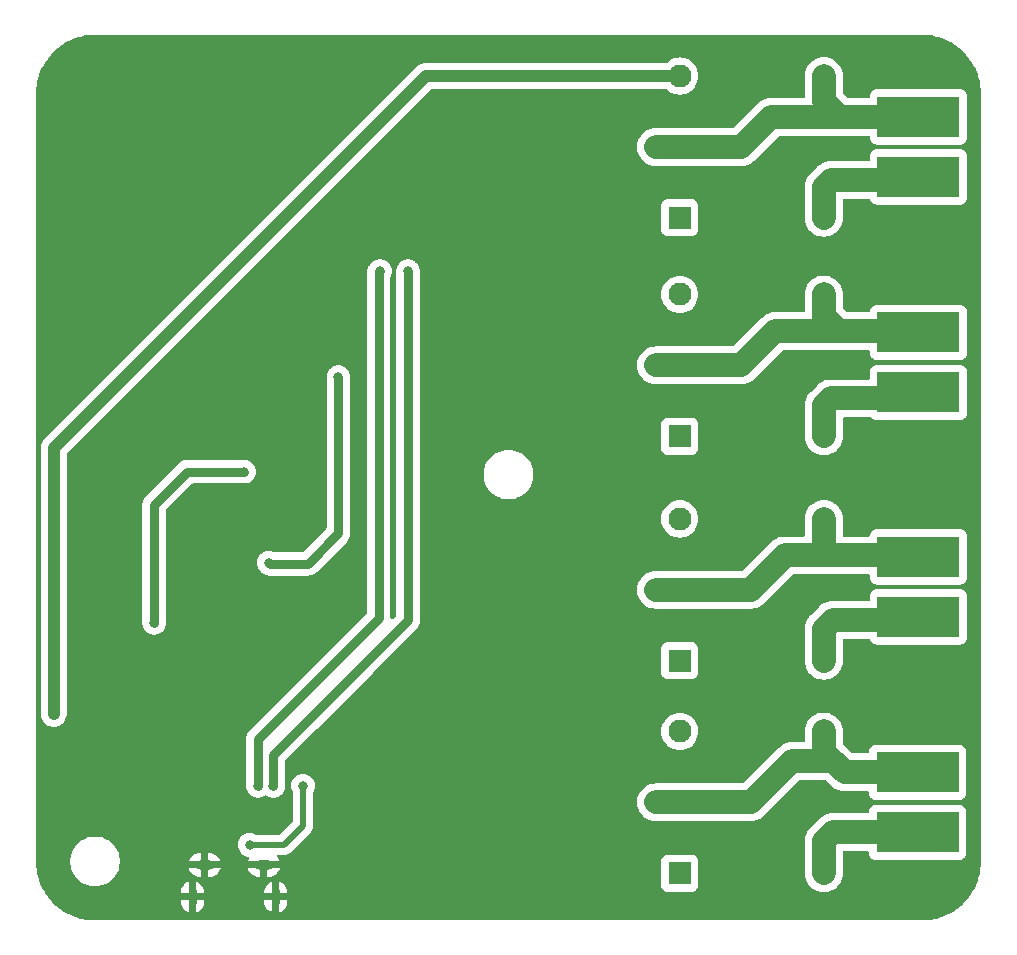
<source format=gbr>
%TF.GenerationSoftware,KiCad,Pcbnew,7.0.1*%
%TF.CreationDate,2023-08-30T01:48:52-03:00*%
%TF.ProjectId,IOT-V2,494f542d-5632-42e6-9b69-6361645f7063,rev?*%
%TF.SameCoordinates,Original*%
%TF.FileFunction,Copper,L2,Bot*%
%TF.FilePolarity,Positive*%
%FSLAX46Y46*%
G04 Gerber Fmt 4.6, Leading zero omitted, Abs format (unit mm)*
G04 Created by KiCad (PCBNEW 7.0.1) date 2023-08-30 01:48:52*
%MOMM*%
%LPD*%
G01*
G04 APERTURE LIST*
%TA.AperFunction,ComponentPad*%
%ADD10C,0.700000*%
%TD*%
%TA.AperFunction,ComponentPad*%
%ADD11R,7.000000X3.500000*%
%TD*%
%TA.AperFunction,ComponentPad*%
%ADD12R,1.950000X1.950000*%
%TD*%
%TA.AperFunction,ComponentPad*%
%ADD13C,1.950000*%
%TD*%
%TA.AperFunction,ComponentPad*%
%ADD14O,1.600000X0.800000*%
%TD*%
%TA.AperFunction,ComponentPad*%
%ADD15O,0.750000X1.500000*%
%TD*%
%TA.AperFunction,ViaPad*%
%ADD16C,0.800000*%
%TD*%
%TA.AperFunction,Conductor*%
%ADD17C,0.800000*%
%TD*%
%TA.AperFunction,Conductor*%
%ADD18C,1.000000*%
%TD*%
%TA.AperFunction,Conductor*%
%ADD19C,2.000000*%
%TD*%
%TA.AperFunction,Conductor*%
%ADD20C,0.500000*%
%TD*%
G04 APERTURE END LIST*
D10*
%TO.P,J7,1*%
%TO.N,Net-(J7-Pad1)*%
X162558500Y-113400000D03*
X163178500Y-113400000D03*
X163778500Y-113400000D03*
X164398500Y-113400000D03*
X162558500Y-112800000D03*
X163178500Y-112800000D03*
X163778500Y-112800000D03*
X164398500Y-112800000D03*
D11*
X164638500Y-112540000D03*
D10*
X162538500Y-112200000D03*
X163158500Y-112200000D03*
X163758500Y-112200000D03*
X164378500Y-112200000D03*
X162558500Y-111600000D03*
X163178500Y-111600000D03*
X163778500Y-111600000D03*
X164398500Y-111600000D03*
%TO.P,J7,2*%
%TO.N,Net-(J7-Pad2)*%
X162558500Y-108300000D03*
X163178500Y-108300000D03*
X163778500Y-108300000D03*
X164398500Y-108300000D03*
X162558500Y-107700000D03*
X163178500Y-107700000D03*
X163778500Y-107700000D03*
X164398500Y-107700000D03*
D11*
X164638500Y-107460000D03*
D10*
X162558500Y-107100000D03*
X163178500Y-107100000D03*
X163778500Y-107100000D03*
X164398500Y-107100000D03*
X162558500Y-106500000D03*
X163178500Y-106500000D03*
X163778500Y-106500000D03*
X164398500Y-106500000D03*
%TD*%
%TO.P,J6,1*%
%TO.N,Net-(J6-Pad1)*%
X162630000Y-95150000D03*
X163250000Y-95150000D03*
X163850000Y-95150000D03*
X164470000Y-95150000D03*
X162630000Y-94550000D03*
X163250000Y-94550000D03*
X163850000Y-94550000D03*
X164470000Y-94550000D03*
D11*
X164710000Y-94290000D03*
D10*
X162610000Y-93950000D03*
X163230000Y-93950000D03*
X163830000Y-93950000D03*
X164450000Y-93950000D03*
X162630000Y-93350000D03*
X163250000Y-93350000D03*
X163850000Y-93350000D03*
X164470000Y-93350000D03*
%TO.P,J6,2*%
%TO.N,Net-(J6-Pad2)*%
X162630000Y-90050000D03*
X163250000Y-90050000D03*
X163850000Y-90050000D03*
X164470000Y-90050000D03*
X162630000Y-89450000D03*
X163250000Y-89450000D03*
X163850000Y-89450000D03*
X164470000Y-89450000D03*
D11*
X164710000Y-89210000D03*
D10*
X162630000Y-88850000D03*
X163250000Y-88850000D03*
X163850000Y-88850000D03*
X164470000Y-88850000D03*
X162630000Y-88250000D03*
X163250000Y-88250000D03*
X163850000Y-88250000D03*
X164470000Y-88250000D03*
%TD*%
%TO.P,J5,1*%
%TO.N,Net-(J5-Pad1)*%
X162630000Y-76150000D03*
X163250000Y-76150000D03*
X163850000Y-76150000D03*
X164470000Y-76150000D03*
X162630000Y-75550000D03*
X163250000Y-75550000D03*
X163850000Y-75550000D03*
X164470000Y-75550000D03*
D11*
X164710000Y-75290000D03*
D10*
X162610000Y-74950000D03*
X163230000Y-74950000D03*
X163830000Y-74950000D03*
X164450000Y-74950000D03*
X162630000Y-74350000D03*
X163250000Y-74350000D03*
X163850000Y-74350000D03*
X164470000Y-74350000D03*
%TO.P,J5,2*%
%TO.N,Net-(J5-Pad2)*%
X162630000Y-71050000D03*
X163250000Y-71050000D03*
X163850000Y-71050000D03*
X164470000Y-71050000D03*
X162630000Y-70450000D03*
X163250000Y-70450000D03*
X163850000Y-70450000D03*
X164470000Y-70450000D03*
D11*
X164710000Y-70210000D03*
D10*
X162630000Y-69850000D03*
X163250000Y-69850000D03*
X163850000Y-69850000D03*
X164470000Y-69850000D03*
X162630000Y-69250000D03*
X163250000Y-69250000D03*
X163850000Y-69250000D03*
X164470000Y-69250000D03*
%TD*%
%TO.P,J4,1*%
%TO.N,Net-(J4-Pad1)*%
X162630000Y-57900000D03*
X163250000Y-57900000D03*
X163850000Y-57900000D03*
X164470000Y-57900000D03*
X162630000Y-57300000D03*
X163250000Y-57300000D03*
X163850000Y-57300000D03*
X164470000Y-57300000D03*
D11*
X164710000Y-57040000D03*
D10*
X162610000Y-56700000D03*
X163230000Y-56700000D03*
X163830000Y-56700000D03*
X164450000Y-56700000D03*
X162630000Y-56100000D03*
X163250000Y-56100000D03*
X163850000Y-56100000D03*
X164470000Y-56100000D03*
%TO.P,J4,2*%
%TO.N,Net-(J4-Pad2)*%
X162630000Y-52800000D03*
X163250000Y-52800000D03*
X163850000Y-52800000D03*
X164470000Y-52800000D03*
X162630000Y-52200000D03*
X163250000Y-52200000D03*
X163850000Y-52200000D03*
X164470000Y-52200000D03*
D11*
X164710000Y-51960000D03*
D10*
X162630000Y-51600000D03*
X163250000Y-51600000D03*
X163850000Y-51600000D03*
X164470000Y-51600000D03*
X162630000Y-51000000D03*
X163250000Y-51000000D03*
X163850000Y-51000000D03*
X164470000Y-51000000D03*
%TD*%
D12*
%TO.P,K7,1*%
%TO.N,Net-(D7-A)*%
X144500000Y-116000000D03*
D13*
%TO.P,K7,2*%
%TO.N,Net-(J7-Pad2)*%
X142500000Y-110000000D03*
%TO.P,K7,3*%
%TO.N,+5V*%
X144500000Y-104000000D03*
%TO.P,K7,4*%
%TO.N,Net-(J7-Pad2)*%
X156700000Y-104000000D03*
%TO.P,K7,5*%
%TO.N,Net-(J7-Pad1)*%
X156700000Y-116000000D03*
%TD*%
D12*
%TO.P,K4,1*%
%TO.N,Net-(D4-A)*%
X144500000Y-60500000D03*
D13*
%TO.P,K4,2*%
%TO.N,Net-(J4-Pad2)*%
X142500000Y-54500000D03*
%TO.P,K4,3*%
%TO.N,+5V*%
X144500000Y-48500000D03*
%TO.P,K4,4*%
%TO.N,Net-(J4-Pad2)*%
X156700000Y-48500000D03*
%TO.P,K4,5*%
%TO.N,Net-(J4-Pad1)*%
X156700000Y-60500000D03*
%TD*%
D12*
%TO.P,K3,1*%
%TO.N,Net-(D6-A)*%
X144500000Y-98000000D03*
D13*
%TO.P,K3,2*%
%TO.N,Net-(J6-Pad2)*%
X142500000Y-92000000D03*
%TO.P,K3,3*%
%TO.N,+5V*%
X144500000Y-86000000D03*
%TO.P,K3,4*%
%TO.N,Net-(J6-Pad2)*%
X156700000Y-86000000D03*
%TO.P,K3,5*%
%TO.N,Net-(J6-Pad1)*%
X156700000Y-98000000D03*
%TD*%
D12*
%TO.P,K5,1*%
%TO.N,Net-(D5-A)*%
X144500000Y-79000000D03*
D13*
%TO.P,K5,2*%
%TO.N,Net-(J5-Pad2)*%
X142500000Y-73000000D03*
%TO.P,K5,3*%
%TO.N,+5V*%
X144500000Y-67000000D03*
%TO.P,K5,4*%
%TO.N,Net-(J5-Pad2)*%
X156700000Y-67000000D03*
%TO.P,K5,5*%
%TO.N,Net-(J5-Pad1)*%
X156700000Y-79000000D03*
%TD*%
D14*
%TO.P,J1,S1,SHIELD*%
%TO.N,GND*%
X104275000Y-115300000D03*
%TO.P,J1,S2,SHIELD*%
X109275000Y-115300000D03*
D15*
%TO.P,J1,S3,SHIELD*%
X103250000Y-118000000D03*
%TO.P,J1,S6,SHIELD*%
X110300000Y-118000000D03*
%TD*%
D16*
%TO.N,GND*%
X108000000Y-84500000D03*
X107000000Y-99000000D03*
X96500000Y-77500000D03*
%TO.N,+3V3*%
X100000000Y-94800000D03*
X107600000Y-82000000D03*
%TO.N,+5V*%
X91500000Y-102500000D03*
%TO.N,Net-(Q2-B)*%
X109700000Y-89700000D03*
X115600000Y-74000000D03*
%TO.N,/D+*%
X112600000Y-108600000D03*
X108100000Y-113600000D03*
%TO.N,Net-(U2-TXD)*%
X108800000Y-108600000D03*
X119130000Y-65025000D03*
%TO.N,Net-(U2-RXD)*%
X110100000Y-108600000D03*
X121500000Y-65025000D03*
%TD*%
D17*
%TO.N,+3V3*%
X102800000Y-82000000D02*
X100000000Y-84800000D01*
X100000000Y-84800000D02*
X100000000Y-94800000D01*
X107600000Y-82000000D02*
X102800000Y-82000000D01*
D18*
%TO.N,+5V*%
X91500000Y-80000000D02*
X123000000Y-48500000D01*
X91500000Y-102500000D02*
X91500000Y-80000000D01*
X123000000Y-48500000D02*
X144500000Y-48500000D01*
D19*
%TO.N,Net-(J4-Pad1)*%
X157300000Y-57300000D02*
X165513750Y-57300000D01*
X156700000Y-57900000D02*
X157300000Y-57300000D01*
X156700000Y-60500000D02*
X156700000Y-57900000D01*
%TO.N,Net-(J4-Pad2)*%
X157260000Y-51960000D02*
X152240000Y-51960000D01*
X156700000Y-50660000D02*
X156700000Y-48500000D01*
X149700000Y-54500000D02*
X142500000Y-54500000D01*
X152240000Y-51960000D02*
X149700000Y-54500000D01*
X158000000Y-51960000D02*
X156700000Y-50660000D01*
X165773750Y-51960000D02*
X157260000Y-51960000D01*
X157260000Y-51960000D02*
X158000000Y-51960000D01*
%TO.N,Net-(J5-Pad1)*%
X156700000Y-76400000D02*
X156700000Y-79000000D01*
X157300000Y-75800000D02*
X156700000Y-76400000D01*
X162153750Y-75800000D02*
X157300000Y-75800000D01*
%TO.N,Net-(J5-Pad2)*%
X156700000Y-68800000D02*
X156700000Y-67000000D01*
X158000000Y-70100000D02*
X156700000Y-68800000D01*
X152600000Y-70100000D02*
X149700000Y-73000000D01*
X158000000Y-70100000D02*
X152600000Y-70100000D01*
X149700000Y-73000000D02*
X142500000Y-73000000D01*
X163993750Y-70100000D02*
X158000000Y-70100000D01*
D17*
%TO.N,Net-(Q2-B)*%
X109800000Y-89800000D02*
X109700000Y-89700000D01*
X115600000Y-74000000D02*
X115600000Y-87200000D01*
X113000000Y-89800000D02*
X109800000Y-89800000D01*
X115600000Y-87200000D02*
X113000000Y-89800000D01*
D20*
%TO.N,/D+*%
X112600000Y-112000000D02*
X112600000Y-108600000D01*
X108100000Y-113600000D02*
X111000000Y-113600000D01*
X111000000Y-113600000D02*
X112600000Y-112000000D01*
D17*
%TO.N,Net-(U2-TXD)*%
X119130000Y-65025000D02*
X119000000Y-65155000D01*
X119000000Y-65155000D02*
X119000000Y-94400000D01*
X108800000Y-104600000D02*
X108800000Y-108600000D01*
X119000000Y-94400000D02*
X108800000Y-104600000D01*
%TO.N,Net-(U2-RXD)*%
X121500000Y-94600000D02*
X110100000Y-106000000D01*
X110100000Y-106000000D02*
X110100000Y-108600000D01*
X121500000Y-65025000D02*
X121500000Y-94600000D01*
D19*
%TO.N,Net-(J6-Pad1)*%
X156700000Y-95300000D02*
X156700000Y-98000000D01*
X157460000Y-94540000D02*
X156700000Y-95300000D01*
X165780000Y-94540000D02*
X157460000Y-94540000D01*
%TO.N,Net-(J6-Pad2)*%
X150500000Y-92000000D02*
X142500000Y-92000000D01*
X157100000Y-89100000D02*
X153400000Y-89100000D01*
X153400000Y-89100000D02*
X150500000Y-92000000D01*
X157100000Y-89100000D02*
X156700000Y-88700000D01*
X162780000Y-89100000D02*
X157100000Y-89100000D01*
X156700000Y-88700000D02*
X156700000Y-86000000D01*
%TO.N,Net-(J7-Pad1)*%
X157500000Y-112500000D02*
X165733750Y-112500000D01*
X156700000Y-113300000D02*
X157500000Y-112500000D01*
X156700000Y-116000000D02*
X156700000Y-113300000D01*
%TO.N,Net-(J7-Pad2)*%
X157500000Y-106500000D02*
X154000000Y-106500000D01*
X150500000Y-110000000D02*
X142500000Y-110000000D01*
X165773750Y-107460000D02*
X158460000Y-107460000D01*
X154000000Y-106500000D02*
X150500000Y-110000000D01*
X158460000Y-107460000D02*
X157500000Y-106500000D01*
X157500000Y-106500000D02*
X156700000Y-105700000D01*
X156700000Y-105700000D02*
X156700000Y-104000000D01*
%TD*%
%TA.AperFunction,Conductor*%
%TO.N,GND*%
G36*
X165002562Y-45000605D02*
G01*
X165217600Y-45009500D01*
X165413455Y-45018052D01*
X165423330Y-45018881D01*
X165636706Y-45045479D01*
X165636793Y-45045490D01*
X165834945Y-45071577D01*
X165844192Y-45073153D01*
X166053521Y-45117044D01*
X166054765Y-45117312D01*
X166250386Y-45160680D01*
X166258901Y-45162889D01*
X166463665Y-45223850D01*
X166465325Y-45224359D01*
X166656696Y-45284698D01*
X166664453Y-45287431D01*
X166863363Y-45365046D01*
X166865513Y-45365911D01*
X167051024Y-45442752D01*
X167057972Y-45445886D01*
X167225903Y-45527982D01*
X167249587Y-45539561D01*
X167252383Y-45540972D01*
X167430420Y-45633652D01*
X167436636Y-45637118D01*
X167619793Y-45746255D01*
X167622929Y-45748187D01*
X167686491Y-45788681D01*
X167792282Y-45856078D01*
X167797710Y-45859741D01*
X167971184Y-45983599D01*
X167974616Y-45986140D01*
X168133912Y-46108372D01*
X168138567Y-46112126D01*
X168301226Y-46249891D01*
X168304838Y-46253072D01*
X168452925Y-46388769D01*
X168456807Y-46392486D01*
X168607512Y-46543191D01*
X168611232Y-46547076D01*
X168746921Y-46695155D01*
X168750107Y-46698772D01*
X168887872Y-46861431D01*
X168891626Y-46866086D01*
X169013858Y-47025382D01*
X169016399Y-47028814D01*
X169140257Y-47202288D01*
X169143920Y-47207716D01*
X169251800Y-47377052D01*
X169253743Y-47380205D01*
X169362880Y-47563362D01*
X169366346Y-47569578D01*
X169459026Y-47747615D01*
X169460437Y-47750411D01*
X169554099Y-47941997D01*
X169557260Y-47949005D01*
X169634051Y-48134395D01*
X169635008Y-48136774D01*
X169712559Y-48335523D01*
X169715302Y-48343309D01*
X169775602Y-48534554D01*
X169776186Y-48536460D01*
X169837105Y-48741084D01*
X169839321Y-48749627D01*
X169882671Y-48945166D01*
X169882971Y-48946559D01*
X169926844Y-49155802D01*
X169928422Y-49165062D01*
X169954459Y-49362829D01*
X169954568Y-49363677D01*
X169981114Y-49576641D01*
X169981948Y-49586570D01*
X169990513Y-49782728D01*
X169990525Y-49783013D01*
X169999394Y-49997438D01*
X169999500Y-50002562D01*
X169999500Y-114997438D01*
X169999394Y-115002563D01*
X169990525Y-115216987D01*
X169990513Y-115217271D01*
X169981948Y-115413428D01*
X169981114Y-115423357D01*
X169954568Y-115636321D01*
X169954459Y-115637169D01*
X169928422Y-115834936D01*
X169926844Y-115844196D01*
X169882971Y-116053439D01*
X169882671Y-116054832D01*
X169839321Y-116250371D01*
X169837105Y-116258914D01*
X169776186Y-116463538D01*
X169775602Y-116465444D01*
X169715302Y-116656689D01*
X169712559Y-116664475D01*
X169635008Y-116863224D01*
X169634051Y-116865603D01*
X169557260Y-117050993D01*
X169554099Y-117058001D01*
X169460437Y-117249587D01*
X169459026Y-117252383D01*
X169366346Y-117430420D01*
X169362880Y-117436636D01*
X169253743Y-117619793D01*
X169251800Y-117622946D01*
X169143920Y-117792282D01*
X169140257Y-117797710D01*
X169016399Y-117971184D01*
X169013858Y-117974616D01*
X168891626Y-118133912D01*
X168887872Y-118138567D01*
X168750107Y-118301226D01*
X168746908Y-118304858D01*
X168611254Y-118452899D01*
X168607512Y-118456807D01*
X168456807Y-118607512D01*
X168452899Y-118611254D01*
X168304858Y-118746908D01*
X168301226Y-118750107D01*
X168138567Y-118887872D01*
X168133912Y-118891626D01*
X167974616Y-119013858D01*
X167971184Y-119016399D01*
X167797710Y-119140257D01*
X167792282Y-119143920D01*
X167622946Y-119251800D01*
X167619793Y-119253743D01*
X167436636Y-119362880D01*
X167430420Y-119366346D01*
X167252383Y-119459026D01*
X167249587Y-119460437D01*
X167058001Y-119554099D01*
X167050993Y-119557260D01*
X166865603Y-119634051D01*
X166863224Y-119635008D01*
X166664475Y-119712559D01*
X166656689Y-119715302D01*
X166465444Y-119775602D01*
X166463538Y-119776186D01*
X166258914Y-119837105D01*
X166250371Y-119839321D01*
X166054832Y-119882671D01*
X166053439Y-119882971D01*
X165844196Y-119926844D01*
X165834936Y-119928422D01*
X165637169Y-119954459D01*
X165636321Y-119954568D01*
X165423357Y-119981114D01*
X165413428Y-119981948D01*
X165217381Y-119990508D01*
X165217097Y-119990520D01*
X165002563Y-119999394D01*
X164997438Y-119999500D01*
X95002562Y-119999500D01*
X94997437Y-119999394D01*
X94782901Y-119990520D01*
X94782617Y-119990508D01*
X94586570Y-119981948D01*
X94576641Y-119981114D01*
X94363677Y-119954568D01*
X94362829Y-119954459D01*
X94165062Y-119928422D01*
X94155802Y-119926844D01*
X93946559Y-119882971D01*
X93945166Y-119882671D01*
X93749627Y-119839321D01*
X93741084Y-119837105D01*
X93536460Y-119776186D01*
X93534554Y-119775602D01*
X93343309Y-119715302D01*
X93335523Y-119712559D01*
X93206985Y-119662404D01*
X93136734Y-119634991D01*
X93134395Y-119634051D01*
X92949005Y-119557260D01*
X92941997Y-119554099D01*
X92750411Y-119460437D01*
X92747615Y-119459026D01*
X92569578Y-119366346D01*
X92563362Y-119362880D01*
X92380205Y-119253743D01*
X92377052Y-119251800D01*
X92207716Y-119143920D01*
X92202288Y-119140257D01*
X92028814Y-119016399D01*
X92025382Y-119013858D01*
X91866086Y-118891626D01*
X91861431Y-118887872D01*
X91698772Y-118750107D01*
X91695155Y-118746921D01*
X91547076Y-118611232D01*
X91543191Y-118607512D01*
X91392486Y-118456807D01*
X91388769Y-118452925D01*
X91253072Y-118304838D01*
X91249891Y-118301226D01*
X91248853Y-118300000D01*
X102275000Y-118300000D01*
X102275000Y-118424443D01*
X102290033Y-118572278D01*
X102349396Y-118761480D01*
X102445628Y-118934859D01*
X102574792Y-119085317D01*
X102731597Y-119206693D01*
X102909630Y-119294022D01*
X102950000Y-119304474D01*
X102950000Y-118300000D01*
X103550000Y-118300000D01*
X103550000Y-119303613D01*
X103681596Y-119254875D01*
X103849883Y-119149980D01*
X103993602Y-119013364D01*
X104106883Y-118850610D01*
X104185082Y-118668384D01*
X104225000Y-118474147D01*
X104225000Y-118300000D01*
X109325000Y-118300000D01*
X109325000Y-118424443D01*
X109340033Y-118572278D01*
X109399396Y-118761480D01*
X109495628Y-118934859D01*
X109624792Y-119085317D01*
X109781597Y-119206693D01*
X109959630Y-119294022D01*
X110000000Y-119304474D01*
X110000000Y-118300000D01*
X110600000Y-118300000D01*
X110600000Y-119303613D01*
X110731596Y-119254875D01*
X110899883Y-119149980D01*
X111043602Y-119013364D01*
X111156883Y-118850610D01*
X111235082Y-118668384D01*
X111275000Y-118474147D01*
X111275000Y-118300000D01*
X110600000Y-118300000D01*
X110000000Y-118300000D01*
X109325000Y-118300000D01*
X104225000Y-118300000D01*
X103550000Y-118300000D01*
X102950000Y-118300000D01*
X102275000Y-118300000D01*
X91248853Y-118300000D01*
X91112126Y-118138567D01*
X91108372Y-118133912D01*
X90986140Y-117974616D01*
X90983599Y-117971184D01*
X90859741Y-117797710D01*
X90856078Y-117792282D01*
X90797287Y-117700000D01*
X102275000Y-117700000D01*
X102950000Y-117700000D01*
X102950000Y-116696388D01*
X102949999Y-116696386D01*
X102818403Y-116745124D01*
X102650116Y-116850019D01*
X102506397Y-116986635D01*
X102393116Y-117149389D01*
X102314917Y-117331615D01*
X102275000Y-117525853D01*
X102275000Y-117700000D01*
X90797287Y-117700000D01*
X90748198Y-117622946D01*
X90746255Y-117619793D01*
X90637118Y-117436636D01*
X90633652Y-117430420D01*
X90540972Y-117252383D01*
X90539561Y-117249587D01*
X90527982Y-117225903D01*
X90445886Y-117057972D01*
X90442752Y-117051024D01*
X90365911Y-116865513D01*
X90365046Y-116863363D01*
X90287431Y-116664453D01*
X90284696Y-116656689D01*
X90277288Y-116633193D01*
X90224359Y-116465325D01*
X90223850Y-116463665D01*
X90162889Y-116258901D01*
X90160680Y-116250386D01*
X90117312Y-116054765D01*
X90117027Y-116053439D01*
X90111495Y-116027057D01*
X90073153Y-115844192D01*
X90071576Y-115834936D01*
X90071149Y-115831692D01*
X90045490Y-115636793D01*
X90045483Y-115636743D01*
X90018881Y-115423330D01*
X90018052Y-115413455D01*
X90009486Y-115217271D01*
X90006442Y-115143678D01*
X92899500Y-115143678D01*
X92938628Y-115428355D01*
X92938629Y-115428358D01*
X92997029Y-115636793D01*
X93016157Y-115705060D01*
X93130637Y-115968622D01*
X93130639Y-115968625D01*
X93258483Y-116178855D01*
X93279946Y-116214148D01*
X93461288Y-116437049D01*
X93461291Y-116437051D01*
X93461292Y-116437053D01*
X93671302Y-116633189D01*
X93671304Y-116633191D01*
X93671307Y-116633193D01*
X93906060Y-116798899D01*
X93906064Y-116798901D01*
X94161203Y-116931104D01*
X94317452Y-116986635D01*
X94431968Y-117027334D01*
X94613901Y-117065140D01*
X94713314Y-117085798D01*
X94928248Y-117100500D01*
X95071751Y-117100500D01*
X95071752Y-117100500D01*
X95286686Y-117085798D01*
X95568032Y-117027334D01*
X95838797Y-116931104D01*
X96093936Y-116798901D01*
X96101863Y-116793306D01*
X96240387Y-116695525D01*
X103550000Y-116695525D01*
X103550000Y-117700000D01*
X104225000Y-117700000D01*
X109325000Y-117700000D01*
X110000000Y-117700000D01*
X110000000Y-116696388D01*
X109999999Y-116696386D01*
X109868403Y-116745124D01*
X109700116Y-116850019D01*
X109556397Y-116986635D01*
X109443116Y-117149389D01*
X109364917Y-117331615D01*
X109325000Y-117525853D01*
X109325000Y-117700000D01*
X104225000Y-117700000D01*
X104225000Y-117575557D01*
X104209966Y-117427721D01*
X104150603Y-117238519D01*
X104054371Y-117065140D01*
X103925207Y-116914682D01*
X103768402Y-116793306D01*
X103590369Y-116705977D01*
X103550000Y-116695525D01*
X110600000Y-116695525D01*
X110600000Y-117700000D01*
X111275000Y-117700000D01*
X111275000Y-117575557D01*
X111259966Y-117427721D01*
X111200603Y-117238519D01*
X111104371Y-117065140D01*
X111060780Y-117014362D01*
X142924500Y-117014362D01*
X142939955Y-117131760D01*
X143000464Y-117277841D01*
X143096717Y-117403282D01*
X143222158Y-117499535D01*
X143222159Y-117499536D01*
X143368238Y-117560044D01*
X143485639Y-117575500D01*
X145514360Y-117575499D01*
X145514362Y-117575499D01*
X145573061Y-117567771D01*
X145631762Y-117560044D01*
X145777841Y-117499536D01*
X145903282Y-117403282D01*
X145999536Y-117277841D01*
X146060044Y-117131762D01*
X146075500Y-117014361D01*
X146075499Y-114985640D01*
X146070926Y-114950904D01*
X146060044Y-114868239D01*
X146060044Y-114868238D01*
X145999536Y-114722159D01*
X145951788Y-114659932D01*
X145903282Y-114596717D01*
X145777840Y-114500463D01*
X145631762Y-114439956D01*
X145514362Y-114424500D01*
X143485637Y-114424500D01*
X143368239Y-114439955D01*
X143222158Y-114500464D01*
X143096717Y-114596717D01*
X143000463Y-114722159D01*
X142939956Y-114868237D01*
X142924500Y-114985637D01*
X142924500Y-117014362D01*
X111060780Y-117014362D01*
X110975207Y-116914682D01*
X110818402Y-116793306D01*
X110640369Y-116705977D01*
X110600000Y-116695525D01*
X103550000Y-116695525D01*
X96240387Y-116695525D01*
X96328698Y-116633189D01*
X96538708Y-116437053D01*
X96720055Y-116214147D01*
X96869361Y-115968625D01*
X96983844Y-115705058D01*
X97013280Y-115600000D01*
X102919728Y-115600000D01*
X102972564Y-115742664D01*
X103080145Y-115915263D01*
X103220266Y-116062669D01*
X103387194Y-116178855D01*
X103574092Y-116259059D01*
X103773311Y-116300000D01*
X103975000Y-116300000D01*
X103975000Y-115600000D01*
X104575000Y-115600000D01*
X104575000Y-116300000D01*
X104725710Y-116300000D01*
X104877339Y-116284580D01*
X105071389Y-116223696D01*
X105249214Y-116124996D01*
X105403531Y-115992520D01*
X105528021Y-115831692D01*
X105617588Y-115649095D01*
X105630300Y-115600000D01*
X107919728Y-115600000D01*
X107972564Y-115742664D01*
X108080145Y-115915263D01*
X108220266Y-116062669D01*
X108387194Y-116178855D01*
X108574092Y-116259059D01*
X108773311Y-116300000D01*
X108975000Y-116300000D01*
X108975000Y-115600000D01*
X109575000Y-115600000D01*
X109575000Y-116300000D01*
X109725710Y-116300000D01*
X109877339Y-116284580D01*
X110071389Y-116223696D01*
X110249214Y-116124996D01*
X110403531Y-115992520D01*
X110528021Y-115831692D01*
X110617588Y-115649095D01*
X110630300Y-115600000D01*
X109575000Y-115600000D01*
X108975000Y-115600000D01*
X107919728Y-115600000D01*
X105630300Y-115600000D01*
X104575000Y-115600000D01*
X103975000Y-115600000D01*
X102919728Y-115600000D01*
X97013280Y-115600000D01*
X97061371Y-115428358D01*
X97100500Y-115143678D01*
X97100500Y-115000000D01*
X102919699Y-115000000D01*
X103975000Y-115000000D01*
X103975000Y-114300000D01*
X104575000Y-114300000D01*
X104575000Y-115000000D01*
X105630272Y-115000000D01*
X105577435Y-114857335D01*
X105469854Y-114684736D01*
X105329733Y-114537330D01*
X105162805Y-114421144D01*
X104975907Y-114340940D01*
X104776689Y-114300000D01*
X104575000Y-114300000D01*
X103975000Y-114300000D01*
X103824290Y-114300000D01*
X103672660Y-114315419D01*
X103478610Y-114376303D01*
X103300785Y-114475003D01*
X103146468Y-114607479D01*
X103021978Y-114768307D01*
X102932411Y-114950904D01*
X102919699Y-114999999D01*
X102919699Y-115000000D01*
X97100500Y-115000000D01*
X97100500Y-114856322D01*
X97061371Y-114571642D01*
X96983844Y-114294942D01*
X96869361Y-114031375D01*
X96720055Y-113785853D01*
X96568853Y-113600000D01*
X107094659Y-113600000D01*
X107113976Y-113796133D01*
X107171185Y-113984726D01*
X107171186Y-113984727D01*
X107264090Y-114158538D01*
X107389117Y-114310883D01*
X107541462Y-114435910D01*
X107715273Y-114528814D01*
X107903868Y-114586024D01*
X107923931Y-114588000D01*
X107979767Y-114607704D01*
X108020100Y-114651054D01*
X108035735Y-114708163D01*
X108023105Y-114766011D01*
X107932411Y-114950904D01*
X107919699Y-114999999D01*
X107919699Y-115000000D01*
X110630272Y-115000000D01*
X110577435Y-114857335D01*
X110469856Y-114684739D01*
X110446275Y-114659932D01*
X110417467Y-114610420D01*
X110413986Y-114553242D01*
X110436576Y-114500602D01*
X110480416Y-114463731D01*
X110536150Y-114450500D01*
X110960394Y-114450500D01*
X110970457Y-114450909D01*
X110974124Y-114451207D01*
X111023167Y-114455201D01*
X111101748Y-114444493D01*
X111105074Y-114444086D01*
X111137583Y-114440551D01*
X111184031Y-114435501D01*
X111206351Y-114430269D01*
X111206463Y-114430227D01*
X111206468Y-114430227D01*
X111280983Y-114402851D01*
X111284033Y-114401777D01*
X111359221Y-114376444D01*
X111359224Y-114376441D01*
X111359340Y-114376403D01*
X111380020Y-114366492D01*
X111380110Y-114366433D01*
X111380116Y-114366432D01*
X111447004Y-114323677D01*
X111449742Y-114321978D01*
X111517736Y-114281070D01*
X111517735Y-114281070D01*
X111517836Y-114281010D01*
X111535899Y-114266889D01*
X111535986Y-114266801D01*
X111535989Y-114266800D01*
X111592090Y-114210697D01*
X111594421Y-114208428D01*
X111652041Y-114153849D01*
X111652042Y-114153847D01*
X111652128Y-114153766D01*
X111666905Y-114135882D01*
X112502786Y-113300000D01*
X155094551Y-113300000D01*
X155098882Y-113355029D01*
X155099118Y-113358029D01*
X155099500Y-113367757D01*
X155099500Y-116062879D01*
X155114317Y-116251149D01*
X155173126Y-116496110D01*
X155221330Y-116612485D01*
X155269534Y-116728859D01*
X155401164Y-116943659D01*
X155564776Y-117135224D01*
X155756341Y-117298836D01*
X155971141Y-117430466D01*
X156203889Y-117526873D01*
X156448852Y-117585683D01*
X156700000Y-117605449D01*
X156951148Y-117585683D01*
X157196111Y-117526873D01*
X157428859Y-117430466D01*
X157643659Y-117298836D01*
X157835224Y-117135224D01*
X157998836Y-116943659D01*
X158130466Y-116728859D01*
X158226873Y-116496111D01*
X158285683Y-116251148D01*
X158300500Y-116062882D01*
X158300500Y-114224500D01*
X158317113Y-114162500D01*
X158362500Y-114117113D01*
X158424500Y-114100500D01*
X160414001Y-114100500D01*
X160476001Y-114117113D01*
X160521388Y-114162500D01*
X160538001Y-114224500D01*
X160538001Y-114329363D01*
X160553455Y-114446760D01*
X160613964Y-114592841D01*
X160710217Y-114718282D01*
X160775412Y-114768307D01*
X160835659Y-114814536D01*
X160981738Y-114875044D01*
X161099139Y-114890500D01*
X168177860Y-114890499D01*
X168177862Y-114890499D01*
X168236561Y-114882771D01*
X168295262Y-114875044D01*
X168441341Y-114814536D01*
X168566782Y-114718282D01*
X168663036Y-114592841D01*
X168723544Y-114446762D01*
X168739000Y-114329361D01*
X168738999Y-110750640D01*
X168723544Y-110633238D01*
X168663036Y-110487159D01*
X168640639Y-110457971D01*
X168566782Y-110361717D01*
X168441340Y-110265463D01*
X168295262Y-110204956D01*
X168177862Y-110189500D01*
X161099137Y-110189500D01*
X160981739Y-110204955D01*
X160835658Y-110265464D01*
X160710217Y-110361717D01*
X160613963Y-110487159D01*
X160553456Y-110633237D01*
X160538000Y-110750638D01*
X160538000Y-110775500D01*
X160521387Y-110837500D01*
X160476000Y-110882887D01*
X160414000Y-110899500D01*
X157567760Y-110899500D01*
X157558033Y-110899118D01*
X157500000Y-110894551D01*
X157248851Y-110914316D01*
X157022336Y-110968698D01*
X157003889Y-110973126D01*
X156771139Y-111069535D01*
X156556338Y-111201165D01*
X156364777Y-111364773D01*
X156326970Y-111409039D01*
X156320362Y-111416187D01*
X155616187Y-112120362D01*
X155609039Y-112126970D01*
X155564773Y-112164777D01*
X155475440Y-112269374D01*
X155401165Y-112356338D01*
X155269535Y-112571139D01*
X155173126Y-112803889D01*
X155114317Y-113048850D01*
X155114317Y-113048852D01*
X155094551Y-113300000D01*
X112502786Y-113300000D01*
X113173391Y-112629395D01*
X113180771Y-112622591D01*
X113221100Y-112588337D01*
X113269114Y-112525174D01*
X113271131Y-112522593D01*
X113320842Y-112460753D01*
X113320844Y-112460747D01*
X113320916Y-112460659D01*
X113333000Y-112441179D01*
X113333051Y-112441066D01*
X113333054Y-112441064D01*
X113366356Y-112369079D01*
X113367795Y-112366077D01*
X113372624Y-112356341D01*
X113403037Y-112295021D01*
X113403038Y-112295016D01*
X113403095Y-112294902D01*
X113410706Y-112273283D01*
X113411567Y-112269375D01*
X113427781Y-112195709D01*
X113428546Y-112192445D01*
X113435428Y-112164776D01*
X113447684Y-112115494D01*
X113447684Y-112115492D01*
X113447711Y-112115384D01*
X113450500Y-112092620D01*
X113450500Y-112013227D01*
X113450545Y-112009870D01*
X113452696Y-111930448D01*
X113450500Y-111907350D01*
X113450500Y-110000000D01*
X140894551Y-110000000D01*
X140914317Y-110251149D01*
X140973126Y-110496110D01*
X141021330Y-110612485D01*
X141069534Y-110728859D01*
X141201164Y-110943659D01*
X141364776Y-111135224D01*
X141556341Y-111298836D01*
X141771141Y-111430466D01*
X142003889Y-111526873D01*
X142248852Y-111585683D01*
X142437118Y-111600500D01*
X150432243Y-111600500D01*
X150441971Y-111600882D01*
X150445496Y-111601159D01*
X150500000Y-111605449D01*
X150751148Y-111585683D01*
X150996111Y-111526873D01*
X151228859Y-111430466D01*
X151443659Y-111298836D01*
X151587260Y-111176189D01*
X151587259Y-111176189D01*
X151635224Y-111135224D01*
X151635227Y-111135219D01*
X151637581Y-111133210D01*
X151638372Y-111131537D01*
X151673040Y-111090945D01*
X151679626Y-111083821D01*
X154626629Y-108136818D01*
X154666857Y-108109939D01*
X154714310Y-108100500D01*
X156785689Y-108100500D01*
X156833142Y-108109939D01*
X156873370Y-108136819D01*
X157280362Y-108543811D01*
X157286970Y-108550959D01*
X157324776Y-108595224D01*
X157372740Y-108636189D01*
X157516341Y-108758836D01*
X157731141Y-108890466D01*
X157963889Y-108986873D01*
X158208852Y-109045683D01*
X158460000Y-109065449D01*
X158514788Y-109061137D01*
X158518029Y-109060882D01*
X158527757Y-109060500D01*
X160414001Y-109060500D01*
X160476001Y-109077113D01*
X160521388Y-109122500D01*
X160538001Y-109184500D01*
X160538001Y-109249363D01*
X160553455Y-109366760D01*
X160613964Y-109512841D01*
X160710217Y-109638282D01*
X160835658Y-109734535D01*
X160835659Y-109734536D01*
X160981738Y-109795044D01*
X161099139Y-109810500D01*
X168177860Y-109810499D01*
X168177862Y-109810499D01*
X168236560Y-109802771D01*
X168295262Y-109795044D01*
X168441341Y-109734536D01*
X168566782Y-109638282D01*
X168663036Y-109512841D01*
X168723544Y-109366762D01*
X168739000Y-109249361D01*
X168738999Y-105670640D01*
X168723544Y-105553238D01*
X168663036Y-105407159D01*
X168640639Y-105377970D01*
X168566782Y-105281717D01*
X168441340Y-105185463D01*
X168295262Y-105124956D01*
X168177862Y-105109500D01*
X161099137Y-105109500D01*
X160981739Y-105124955D01*
X160835658Y-105185464D01*
X160710217Y-105281717D01*
X160613963Y-105407159D01*
X160553456Y-105553237D01*
X160538000Y-105670638D01*
X160538000Y-105735500D01*
X160521387Y-105797500D01*
X160476000Y-105842887D01*
X160414000Y-105859500D01*
X159174311Y-105859500D01*
X159126858Y-105850061D01*
X159086630Y-105823181D01*
X158679631Y-105416182D01*
X158673034Y-105409046D01*
X158635224Y-105364776D01*
X158590959Y-105326970D01*
X158583811Y-105320362D01*
X158336819Y-105073370D01*
X158309939Y-105033142D01*
X158300500Y-104985689D01*
X158300500Y-103937121D01*
X158300500Y-103937118D01*
X158285683Y-103748852D01*
X158226873Y-103503889D01*
X158130466Y-103271141D01*
X157998836Y-103056341D01*
X157835224Y-102864776D01*
X157643659Y-102701164D01*
X157428859Y-102569534D01*
X157312484Y-102521330D01*
X157196110Y-102473126D01*
X156951149Y-102414317D01*
X156700000Y-102394551D01*
X156448850Y-102414317D01*
X156203889Y-102473126D01*
X155971139Y-102569535D01*
X155756342Y-102701163D01*
X155564776Y-102864776D01*
X155401163Y-103056342D01*
X155269535Y-103271139D01*
X155173126Y-103503889D01*
X155114317Y-103748850D01*
X155114317Y-103748852D01*
X155103632Y-103884623D01*
X155099500Y-103937121D01*
X155099500Y-104775500D01*
X155082887Y-104837500D01*
X155037500Y-104882887D01*
X154975500Y-104899500D01*
X154067757Y-104899500D01*
X154058029Y-104899118D01*
X154000000Y-104894551D01*
X153937117Y-104899500D01*
X153937118Y-104899500D01*
X153748850Y-104914317D01*
X153503889Y-104973126D01*
X153271139Y-105069535D01*
X153056338Y-105201165D01*
X152864777Y-105364773D01*
X152826964Y-105409046D01*
X152820356Y-105416194D01*
X149873370Y-108363181D01*
X149833142Y-108390061D01*
X149785689Y-108399500D01*
X142437118Y-108399500D01*
X142324158Y-108408390D01*
X142248850Y-108414317D01*
X142003889Y-108473126D01*
X141771139Y-108569535D01*
X141556342Y-108701163D01*
X141364776Y-108864776D01*
X141201163Y-109056342D01*
X141069535Y-109271139D01*
X140973126Y-109503889D01*
X140914317Y-109748850D01*
X140894551Y-110000000D01*
X113450500Y-110000000D01*
X113450500Y-109162302D01*
X113465142Y-109103849D01*
X113499934Y-109038758D01*
X113528814Y-108984727D01*
X113586024Y-108796132D01*
X113605341Y-108600000D01*
X113586024Y-108403868D01*
X113528814Y-108215273D01*
X113435910Y-108041462D01*
X113310883Y-107889117D01*
X113158538Y-107764090D01*
X113136091Y-107752092D01*
X112984726Y-107671185D01*
X112796133Y-107613976D01*
X112600000Y-107594659D01*
X112403866Y-107613976D01*
X112215273Y-107671185D01*
X112041463Y-107764089D01*
X111889117Y-107889117D01*
X111764089Y-108041463D01*
X111671185Y-108215273D01*
X111613976Y-108403866D01*
X111594659Y-108600000D01*
X111613976Y-108796133D01*
X111671185Y-108984726D01*
X111734858Y-109103849D01*
X111749500Y-109162302D01*
X111749500Y-111596349D01*
X111740061Y-111643802D01*
X111713181Y-111684030D01*
X110684030Y-112713181D01*
X110643802Y-112740061D01*
X110596349Y-112749500D01*
X108662302Y-112749500D01*
X108603849Y-112734858D01*
X108484726Y-112671185D01*
X108296133Y-112613976D01*
X108100000Y-112594659D01*
X107903866Y-112613976D01*
X107715273Y-112671185D01*
X107541463Y-112764089D01*
X107389117Y-112889117D01*
X107264089Y-113041463D01*
X107171185Y-113215273D01*
X107113976Y-113403866D01*
X107094659Y-113600000D01*
X96568853Y-113600000D01*
X96538711Y-113562950D01*
X96368374Y-113403866D01*
X96328698Y-113366811D01*
X96328695Y-113366809D01*
X96328692Y-113366806D01*
X96093939Y-113201100D01*
X95838793Y-113068894D01*
X95568031Y-112972665D01*
X95286690Y-112914202D01*
X95114738Y-112902440D01*
X95071752Y-112899500D01*
X94928248Y-112899500D01*
X94892425Y-112901950D01*
X94713309Y-112914202D01*
X94431968Y-112972665D01*
X94161206Y-113068894D01*
X93906060Y-113201100D01*
X93671307Y-113366806D01*
X93461288Y-113562950D01*
X93279946Y-113785851D01*
X93130637Y-114031377D01*
X93022181Y-114281070D01*
X93016156Y-114294942D01*
X93008095Y-114323712D01*
X92938628Y-114571644D01*
X92899500Y-114856322D01*
X92899500Y-115143678D01*
X90006442Y-115143678D01*
X90000605Y-115002562D01*
X90000500Y-114997439D01*
X90000500Y-108600000D01*
X107794659Y-108600000D01*
X107798903Y-108643090D01*
X107799072Y-108646537D01*
X107804434Y-108699276D01*
X107804338Y-108699285D01*
X107804474Y-108699663D01*
X107810302Y-108758836D01*
X107814447Y-108800911D01*
X107814925Y-108802437D01*
X107814926Y-108802438D01*
X107828729Y-108846430D01*
X107843762Y-108894345D01*
X107844109Y-108895470D01*
X107872981Y-108990647D01*
X107874340Y-108993883D01*
X107875840Y-108996586D01*
X107875841Y-108996588D01*
X107911314Y-109060500D01*
X107920912Y-109077792D01*
X107921849Y-109079513D01*
X107965388Y-109160967D01*
X107974579Y-109174489D01*
X108032778Y-109242282D01*
X108034536Y-109244376D01*
X108089117Y-109310883D01*
X108089396Y-109311112D01*
X108104814Y-109326192D01*
X108107133Y-109328894D01*
X108174941Y-109381382D01*
X108177704Y-109383585D01*
X108241462Y-109435910D01*
X108244942Y-109437770D01*
X108262383Y-109449068D01*
X108268042Y-109453448D01*
X108341049Y-109489258D01*
X108341808Y-109489631D01*
X108345654Y-109491601D01*
X108415273Y-109528814D01*
X108422477Y-109530999D01*
X108441093Y-109538333D01*
X108450731Y-109543061D01*
X108526819Y-109562762D01*
X108531733Y-109564142D01*
X108603868Y-109586024D01*
X108614929Y-109587113D01*
X108633857Y-109590474D01*
X108647715Y-109594063D01*
X108722676Y-109597864D01*
X108728484Y-109598297D01*
X108800000Y-109605341D01*
X108814631Y-109603899D01*
X108833056Y-109603462D01*
X108850936Y-109604369D01*
X108921596Y-109593543D01*
X108928180Y-109592716D01*
X108996132Y-109586024D01*
X109013632Y-109580714D01*
X109030834Y-109576809D01*
X109052071Y-109573556D01*
X109115760Y-109549967D01*
X109122798Y-109547598D01*
X109184727Y-109528814D01*
X109204011Y-109518505D01*
X109219379Y-109511591D01*
X109242887Y-109502886D01*
X109297488Y-109468853D01*
X109304628Y-109464725D01*
X109358538Y-109435910D01*
X109371331Y-109425410D01*
X109421836Y-109400500D01*
X109478154Y-109400499D01*
X109528664Y-109425407D01*
X109541462Y-109435910D01*
X109544942Y-109437770D01*
X109562383Y-109449068D01*
X109568042Y-109453448D01*
X109641049Y-109489258D01*
X109641808Y-109489631D01*
X109645654Y-109491601D01*
X109715273Y-109528814D01*
X109722477Y-109530999D01*
X109741093Y-109538333D01*
X109750731Y-109543061D01*
X109826819Y-109562762D01*
X109831733Y-109564142D01*
X109903868Y-109586024D01*
X109914929Y-109587113D01*
X109933857Y-109590474D01*
X109947715Y-109594063D01*
X110022676Y-109597864D01*
X110028484Y-109598297D01*
X110100000Y-109605341D01*
X110114631Y-109603899D01*
X110133056Y-109603462D01*
X110150936Y-109604369D01*
X110221596Y-109593543D01*
X110228180Y-109592716D01*
X110296132Y-109586024D01*
X110313632Y-109580714D01*
X110330834Y-109576809D01*
X110352071Y-109573556D01*
X110415760Y-109549967D01*
X110422798Y-109547598D01*
X110484727Y-109528814D01*
X110504011Y-109518505D01*
X110519379Y-109511591D01*
X110542887Y-109502886D01*
X110597488Y-109468853D01*
X110604628Y-109464725D01*
X110658538Y-109435910D01*
X110678197Y-109419775D01*
X110691267Y-109410400D01*
X110715571Y-109395252D01*
X110759651Y-109353348D01*
X110766373Y-109347409D01*
X110810883Y-109310883D01*
X110829286Y-109288457D01*
X110839698Y-109277259D01*
X110863053Y-109255059D01*
X110895735Y-109208101D01*
X110901650Y-109200282D01*
X110935910Y-109158538D01*
X110937571Y-109155429D01*
X110951270Y-109129801D01*
X110958852Y-109117418D01*
X110979295Y-109088049D01*
X111000456Y-109038735D01*
X111005031Y-109029220D01*
X111028814Y-108984727D01*
X111039313Y-108950113D01*
X111044011Y-108937240D01*
X111059540Y-108901058D01*
X111069621Y-108851998D01*
X111072414Y-108840996D01*
X111086024Y-108796132D01*
X111089918Y-108756583D01*
X111091855Y-108743803D01*
X111100500Y-108701741D01*
X111100500Y-108655244D01*
X111101097Y-108643090D01*
X111105341Y-108600000D01*
X111101096Y-108556909D01*
X111100500Y-108544756D01*
X111100500Y-106465783D01*
X111109939Y-106418330D01*
X111136819Y-106378102D01*
X113514922Y-103999999D01*
X142919628Y-103999999D01*
X142939085Y-104247226D01*
X142996976Y-104488362D01*
X143027460Y-104561955D01*
X143091878Y-104717474D01*
X143221452Y-104928919D01*
X143382508Y-105117492D01*
X143571081Y-105278548D01*
X143782526Y-105408122D01*
X143951792Y-105478234D01*
X144011637Y-105503023D01*
X144087818Y-105521312D01*
X144252775Y-105560915D01*
X144500000Y-105580372D01*
X144747225Y-105560915D01*
X144988362Y-105503023D01*
X145217474Y-105408122D01*
X145428919Y-105278548D01*
X145617492Y-105117492D01*
X145778548Y-104928919D01*
X145908122Y-104717474D01*
X146003023Y-104488362D01*
X146060915Y-104247225D01*
X146080372Y-104000000D01*
X146060915Y-103752775D01*
X146018077Y-103574344D01*
X146003023Y-103511637D01*
X145978234Y-103451792D01*
X145908122Y-103282526D01*
X145778548Y-103071081D01*
X145617492Y-102882508D01*
X145428919Y-102721452D01*
X145217474Y-102591878D01*
X145122214Y-102552420D01*
X144988362Y-102496976D01*
X144747226Y-102439085D01*
X144500000Y-102419628D01*
X144252773Y-102439085D01*
X144011637Y-102496976D01*
X143782524Y-102591879D01*
X143571082Y-102721451D01*
X143382508Y-102882508D01*
X143221451Y-103071082D01*
X143091879Y-103282524D01*
X142996976Y-103511637D01*
X142939085Y-103752773D01*
X142919628Y-103999999D01*
X113514922Y-103999999D01*
X113766071Y-103748850D01*
X118500558Y-99014362D01*
X142924500Y-99014362D01*
X142939955Y-99131760D01*
X143000464Y-99277841D01*
X143096717Y-99403282D01*
X143222158Y-99499535D01*
X143222159Y-99499536D01*
X143368238Y-99560044D01*
X143485639Y-99575500D01*
X145514360Y-99575499D01*
X145514362Y-99575499D01*
X145573061Y-99567771D01*
X145631762Y-99560044D01*
X145777841Y-99499536D01*
X145903282Y-99403282D01*
X145999536Y-99277841D01*
X146060044Y-99131762D01*
X146075500Y-99014361D01*
X146075499Y-96985640D01*
X146060044Y-96868238D01*
X145999536Y-96722159D01*
X145936877Y-96640500D01*
X145903282Y-96596717D01*
X145777840Y-96500463D01*
X145631762Y-96439956D01*
X145514362Y-96424500D01*
X143485637Y-96424500D01*
X143368239Y-96439955D01*
X143222158Y-96500464D01*
X143096717Y-96596717D01*
X143000463Y-96722159D01*
X142939956Y-96868237D01*
X142924500Y-96985637D01*
X142924500Y-99014362D01*
X118500558Y-99014362D01*
X122197409Y-95317510D01*
X122199579Y-95315394D01*
X122215774Y-95300000D01*
X155094551Y-95300000D01*
X155098882Y-95355029D01*
X155099118Y-95358029D01*
X155099500Y-95367757D01*
X155099500Y-98062879D01*
X155114317Y-98251149D01*
X155173126Y-98496110D01*
X155221330Y-98612485D01*
X155269534Y-98728859D01*
X155401164Y-98943659D01*
X155564776Y-99135224D01*
X155756341Y-99298836D01*
X155971141Y-99430466D01*
X156203889Y-99526873D01*
X156448852Y-99585683D01*
X156700000Y-99605449D01*
X156951148Y-99585683D01*
X157196111Y-99526873D01*
X157428859Y-99430466D01*
X157643659Y-99298836D01*
X157835224Y-99135224D01*
X157998836Y-98943659D01*
X158130466Y-98728859D01*
X158226873Y-98496111D01*
X158285683Y-98251148D01*
X158300500Y-98062882D01*
X158300500Y-96264500D01*
X158317113Y-96202500D01*
X158362500Y-96157113D01*
X158424500Y-96140500D01*
X160518797Y-96140500D01*
X160566250Y-96149939D01*
X160606478Y-96176819D01*
X160633358Y-96217047D01*
X160685464Y-96342841D01*
X160781717Y-96468282D01*
X160907158Y-96564535D01*
X160907159Y-96564536D01*
X161053238Y-96625044D01*
X161170639Y-96640500D01*
X168249360Y-96640499D01*
X168249362Y-96640499D01*
X168308061Y-96632771D01*
X168366762Y-96625044D01*
X168512841Y-96564536D01*
X168638282Y-96468282D01*
X168734536Y-96342841D01*
X168795044Y-96196762D01*
X168810500Y-96079361D01*
X168810499Y-92500640D01*
X168795044Y-92383238D01*
X168734536Y-92237159D01*
X168712139Y-92207971D01*
X168638282Y-92111717D01*
X168512840Y-92015463D01*
X168366762Y-91954956D01*
X168249362Y-91939500D01*
X161170637Y-91939500D01*
X161053239Y-91954955D01*
X160907158Y-92015464D01*
X160781717Y-92111717D01*
X160685463Y-92237159D01*
X160624956Y-92383237D01*
X160609500Y-92500638D01*
X160609500Y-92815500D01*
X160592887Y-92877500D01*
X160547500Y-92922887D01*
X160485500Y-92939500D01*
X157527757Y-92939500D01*
X157518029Y-92939118D01*
X157460000Y-92934551D01*
X157397117Y-92939500D01*
X157397118Y-92939500D01*
X157208850Y-92954317D01*
X156963889Y-93013126D01*
X156731139Y-93109535D01*
X156516338Y-93241165D01*
X156324777Y-93404773D01*
X156286964Y-93449046D01*
X156280356Y-93456194D01*
X155616187Y-94120362D01*
X155609040Y-94126969D01*
X155564777Y-94164775D01*
X155472261Y-94273093D01*
X155472259Y-94273098D01*
X155401163Y-94356342D01*
X155269535Y-94571139D01*
X155173126Y-94803889D01*
X155114317Y-95048850D01*
X155111628Y-95083005D01*
X155094551Y-95300000D01*
X122215774Y-95300000D01*
X122263053Y-95255059D01*
X122296765Y-95206622D01*
X122302408Y-95199138D01*
X122339698Y-95153407D01*
X122353786Y-95126435D01*
X122361911Y-95113024D01*
X122379295Y-95088049D01*
X122402568Y-95033815D01*
X122406598Y-95025331D01*
X122433908Y-94973051D01*
X122433909Y-94973049D01*
X122442278Y-94943797D01*
X122447534Y-94929032D01*
X122459540Y-94901058D01*
X122471418Y-94843256D01*
X122473651Y-94834156D01*
X122489887Y-94777418D01*
X122492197Y-94747077D01*
X122494376Y-94731535D01*
X122500500Y-94701741D01*
X122500500Y-94642757D01*
X122500858Y-94633343D01*
X122500964Y-94631945D01*
X122505337Y-94574523D01*
X122501493Y-94544347D01*
X122500500Y-94528682D01*
X122500500Y-92000000D01*
X140894551Y-92000000D01*
X140904433Y-92125573D01*
X140914317Y-92251149D01*
X140973126Y-92496110D01*
X141021330Y-92612484D01*
X141069534Y-92728859D01*
X141201164Y-92943659D01*
X141364776Y-93135224D01*
X141556341Y-93298836D01*
X141771141Y-93430466D01*
X142003889Y-93526873D01*
X142248852Y-93585683D01*
X142437118Y-93600500D01*
X150432243Y-93600500D01*
X150441971Y-93600882D01*
X150445496Y-93601159D01*
X150500000Y-93605449D01*
X150751148Y-93585683D01*
X150996111Y-93526873D01*
X151228859Y-93430466D01*
X151443659Y-93298836D01*
X151587260Y-93176189D01*
X151587259Y-93176189D01*
X151635224Y-93135224D01*
X151635227Y-93135219D01*
X151637581Y-93133210D01*
X151638372Y-93131537D01*
X151673040Y-93090945D01*
X151679626Y-93083821D01*
X154026628Y-90736819D01*
X154066857Y-90709939D01*
X154114310Y-90700500D01*
X157032243Y-90700500D01*
X157041971Y-90700882D01*
X157044970Y-90701117D01*
X157100000Y-90705449D01*
X157155029Y-90701117D01*
X157158029Y-90700882D01*
X157167757Y-90700500D01*
X160485501Y-90700500D01*
X160547501Y-90717113D01*
X160592888Y-90762500D01*
X160609501Y-90824500D01*
X160609501Y-90999363D01*
X160624955Y-91116760D01*
X160685464Y-91262841D01*
X160781717Y-91388282D01*
X160907158Y-91484535D01*
X160907159Y-91484536D01*
X161053238Y-91545044D01*
X161170639Y-91560500D01*
X168249360Y-91560499D01*
X168249362Y-91560499D01*
X168308060Y-91552771D01*
X168366762Y-91545044D01*
X168512841Y-91484536D01*
X168638282Y-91388282D01*
X168734536Y-91262841D01*
X168795044Y-91116762D01*
X168810500Y-90999361D01*
X168810499Y-87420640D01*
X168806687Y-87391685D01*
X168795044Y-87303239D01*
X168795044Y-87303238D01*
X168734536Y-87157159D01*
X168704098Y-87117491D01*
X168638282Y-87031717D01*
X168512840Y-86935463D01*
X168366762Y-86874956D01*
X168249362Y-86859500D01*
X161170637Y-86859500D01*
X161053239Y-86874955D01*
X160907158Y-86935464D01*
X160781717Y-87031717D01*
X160685463Y-87157159D01*
X160624956Y-87303237D01*
X160613312Y-87391685D01*
X160591948Y-87446623D01*
X160547630Y-87485489D01*
X160490373Y-87499500D01*
X158424500Y-87499500D01*
X158362500Y-87482887D01*
X158317113Y-87437500D01*
X158300500Y-87375500D01*
X158300500Y-85937121D01*
X158300500Y-85937118D01*
X158285683Y-85748852D01*
X158226873Y-85503889D01*
X158130466Y-85271141D01*
X157998836Y-85056341D01*
X157835224Y-84864776D01*
X157643659Y-84701164D01*
X157428859Y-84569534D01*
X157312485Y-84521330D01*
X157196110Y-84473126D01*
X156951149Y-84414317D01*
X156700000Y-84394551D01*
X156448850Y-84414317D01*
X156203889Y-84473126D01*
X155971139Y-84569535D01*
X155756342Y-84701163D01*
X155564776Y-84864776D01*
X155401163Y-85056342D01*
X155269535Y-85271139D01*
X155173126Y-85503889D01*
X155114317Y-85748850D01*
X155099500Y-85937121D01*
X155099500Y-87375500D01*
X155082887Y-87437500D01*
X155037500Y-87482887D01*
X154975500Y-87499500D01*
X153467757Y-87499500D01*
X153458029Y-87499118D01*
X153400000Y-87494551D01*
X153337117Y-87499500D01*
X153337118Y-87499500D01*
X153148850Y-87514317D01*
X152903889Y-87573126D01*
X152671139Y-87669535D01*
X152456338Y-87801165D01*
X152264777Y-87964773D01*
X152226964Y-88009046D01*
X152220356Y-88016194D01*
X149873370Y-90363181D01*
X149833142Y-90390061D01*
X149785689Y-90399500D01*
X142437118Y-90399500D01*
X142324158Y-90408390D01*
X142248850Y-90414317D01*
X142003889Y-90473126D01*
X141771139Y-90569535D01*
X141556342Y-90701163D01*
X141364776Y-90864776D01*
X141201163Y-91056342D01*
X141069535Y-91271139D01*
X140973126Y-91503889D01*
X140914317Y-91748850D01*
X140899312Y-91939501D01*
X140894551Y-92000000D01*
X122500500Y-92000000D01*
X122500500Y-86000000D01*
X142919628Y-86000000D01*
X142939085Y-86247226D01*
X142996976Y-86488362D01*
X143056821Y-86632840D01*
X143091878Y-86717474D01*
X143221452Y-86928919D01*
X143382508Y-87117492D01*
X143571081Y-87278548D01*
X143782526Y-87408122D01*
X143951792Y-87478234D01*
X144011637Y-87503023D01*
X144087818Y-87521312D01*
X144252775Y-87560915D01*
X144500000Y-87580372D01*
X144747225Y-87560915D01*
X144988362Y-87503023D01*
X145217474Y-87408122D01*
X145428919Y-87278548D01*
X145617492Y-87117492D01*
X145778548Y-86928919D01*
X145908122Y-86717474D01*
X146003023Y-86488362D01*
X146060915Y-86247225D01*
X146080372Y-86000000D01*
X146060915Y-85752775D01*
X146003023Y-85511638D01*
X145999813Y-85503889D01*
X145978234Y-85451792D01*
X145908122Y-85282526D01*
X145778548Y-85071081D01*
X145617492Y-84882508D01*
X145428919Y-84721452D01*
X145217474Y-84591878D01*
X145132578Y-84556713D01*
X144988362Y-84496976D01*
X144747226Y-84439085D01*
X144500000Y-84419628D01*
X144252773Y-84439085D01*
X144011637Y-84496976D01*
X143782524Y-84591879D01*
X143571082Y-84721451D01*
X143382508Y-84882508D01*
X143221451Y-85071082D01*
X143091879Y-85282524D01*
X142996976Y-85511637D01*
X142939085Y-85752773D01*
X142919628Y-86000000D01*
X122500500Y-86000000D01*
X122500500Y-82393678D01*
X127899500Y-82393678D01*
X127938628Y-82678355D01*
X127938629Y-82678358D01*
X128008169Y-82926553D01*
X128016157Y-82955060D01*
X128130637Y-83218622D01*
X128279946Y-83464148D01*
X128461288Y-83687049D01*
X128461291Y-83687051D01*
X128461292Y-83687053D01*
X128671302Y-83883189D01*
X128671304Y-83883191D01*
X128671307Y-83883193D01*
X128906060Y-84048899D01*
X128906064Y-84048901D01*
X129161203Y-84181104D01*
X129431968Y-84277334D01*
X129713314Y-84335798D01*
X129928248Y-84350500D01*
X130071751Y-84350500D01*
X130071752Y-84350500D01*
X130286686Y-84335798D01*
X130568032Y-84277334D01*
X130838797Y-84181104D01*
X131093936Y-84048901D01*
X131328698Y-83883189D01*
X131538708Y-83687053D01*
X131720055Y-83464147D01*
X131869361Y-83218625D01*
X131983844Y-82955058D01*
X132061371Y-82678358D01*
X132100500Y-82393678D01*
X132100500Y-82106322D01*
X132061371Y-81821642D01*
X131983844Y-81544942D01*
X131869361Y-81281375D01*
X131720055Y-81035853D01*
X131647516Y-80946690D01*
X131538711Y-80812950D01*
X131538708Y-80812947D01*
X131328698Y-80616811D01*
X131328695Y-80616809D01*
X131328692Y-80616806D01*
X131093939Y-80451100D01*
X130838793Y-80318894D01*
X130568031Y-80222665D01*
X130286690Y-80164202D01*
X130114738Y-80152440D01*
X130071752Y-80149500D01*
X129928248Y-80149500D01*
X129892425Y-80151950D01*
X129713309Y-80164202D01*
X129431968Y-80222665D01*
X129161206Y-80318894D01*
X128906060Y-80451100D01*
X128671307Y-80616806D01*
X128461288Y-80812950D01*
X128279946Y-81035851D01*
X128130637Y-81281377D01*
X128016157Y-81544939D01*
X127938628Y-81821644D01*
X127899500Y-82106322D01*
X127899500Y-82393678D01*
X122500500Y-82393678D01*
X122500500Y-80014362D01*
X142924500Y-80014362D01*
X142939955Y-80131760D01*
X143000464Y-80277841D01*
X143096717Y-80403282D01*
X143170310Y-80459751D01*
X143222159Y-80499536D01*
X143368238Y-80560044D01*
X143485639Y-80575500D01*
X145514360Y-80575499D01*
X145514362Y-80575499D01*
X145573060Y-80567771D01*
X145631762Y-80560044D01*
X145777841Y-80499536D01*
X145903282Y-80403282D01*
X145999536Y-80277841D01*
X146060044Y-80131762D01*
X146075500Y-80014361D01*
X146075499Y-77985640D01*
X146060044Y-77868238D01*
X145999536Y-77722159D01*
X145936877Y-77640500D01*
X145903282Y-77596717D01*
X145777840Y-77500463D01*
X145631762Y-77439956D01*
X145514362Y-77424500D01*
X143485637Y-77424500D01*
X143368239Y-77439955D01*
X143222158Y-77500464D01*
X143096717Y-77596717D01*
X143000463Y-77722159D01*
X142939956Y-77868237D01*
X142924500Y-77985637D01*
X142924500Y-80014362D01*
X122500500Y-80014362D01*
X122500500Y-76400000D01*
X155094551Y-76400000D01*
X155098882Y-76455029D01*
X155099118Y-76458029D01*
X155099500Y-76467757D01*
X155099500Y-79062879D01*
X155114317Y-79251149D01*
X155173126Y-79496110D01*
X155201586Y-79564817D01*
X155269534Y-79728859D01*
X155401164Y-79943659D01*
X155564776Y-80135224D01*
X155756341Y-80298836D01*
X155971141Y-80430466D01*
X156203889Y-80526873D01*
X156448852Y-80585683D01*
X156700000Y-80605449D01*
X156951148Y-80585683D01*
X157196111Y-80526873D01*
X157428859Y-80430466D01*
X157643659Y-80298836D01*
X157835224Y-80135224D01*
X157998836Y-79943659D01*
X158130466Y-79728859D01*
X158226873Y-79496111D01*
X158285683Y-79251148D01*
X158300500Y-79062882D01*
X158300500Y-77524500D01*
X158317113Y-77462500D01*
X158362500Y-77417113D01*
X158424500Y-77400500D01*
X160668557Y-77400500D01*
X160723401Y-77413288D01*
X160766933Y-77449014D01*
X160781717Y-77468282D01*
X160854983Y-77524500D01*
X160907159Y-77564536D01*
X161053238Y-77625044D01*
X161170639Y-77640500D01*
X168249360Y-77640499D01*
X168249362Y-77640499D01*
X168308061Y-77632771D01*
X168366762Y-77625044D01*
X168512841Y-77564536D01*
X168638282Y-77468282D01*
X168734536Y-77342841D01*
X168795044Y-77196762D01*
X168810500Y-77079361D01*
X168810499Y-73500640D01*
X168795044Y-73383238D01*
X168734536Y-73237159D01*
X168690846Y-73180221D01*
X168638282Y-73111717D01*
X168512840Y-73015463D01*
X168366762Y-72954956D01*
X168249362Y-72939500D01*
X161170637Y-72939500D01*
X161053239Y-72954955D01*
X160907158Y-73015464D01*
X160781717Y-73111717D01*
X160685463Y-73237159D01*
X160624956Y-73383237D01*
X160609500Y-73500638D01*
X160609500Y-74075500D01*
X160592887Y-74137500D01*
X160547500Y-74182887D01*
X160485500Y-74199500D01*
X157367757Y-74199500D01*
X157358029Y-74199118D01*
X157300000Y-74194551D01*
X157237117Y-74199500D01*
X157237118Y-74199500D01*
X157048850Y-74214317D01*
X156803889Y-74273126D01*
X156571139Y-74369535D01*
X156356338Y-74501165D01*
X156164777Y-74664773D01*
X156126970Y-74709039D01*
X156120362Y-74716187D01*
X155616187Y-75220362D01*
X155609039Y-75226970D01*
X155564776Y-75264775D01*
X155436678Y-75414759D01*
X155401163Y-75456342D01*
X155269535Y-75671139D01*
X155173126Y-75903889D01*
X155114317Y-76148850D01*
X155114317Y-76148852D01*
X155094551Y-76400000D01*
X122500500Y-76400000D01*
X122500500Y-73000000D01*
X140894551Y-73000000D01*
X140904433Y-73125573D01*
X140914317Y-73251149D01*
X140973126Y-73496110D01*
X141000106Y-73561245D01*
X141069534Y-73728859D01*
X141201164Y-73943659D01*
X141364776Y-74135224D01*
X141556341Y-74298836D01*
X141771141Y-74430466D01*
X142003889Y-74526873D01*
X142248852Y-74585683D01*
X142437118Y-74600500D01*
X149632243Y-74600500D01*
X149641971Y-74600882D01*
X149645496Y-74601159D01*
X149700000Y-74605449D01*
X149951148Y-74585683D01*
X150196111Y-74526873D01*
X150428859Y-74430466D01*
X150643659Y-74298836D01*
X150787260Y-74176189D01*
X150787259Y-74176189D01*
X150835224Y-74135224D01*
X150835227Y-74135219D01*
X150837581Y-74133210D01*
X150838372Y-74131537D01*
X150873040Y-74090945D01*
X150879626Y-74083821D01*
X153226629Y-71736819D01*
X153266857Y-71709939D01*
X153314310Y-71700500D01*
X157932240Y-71700500D01*
X157941967Y-71700882D01*
X157949598Y-71701482D01*
X158000000Y-71705449D01*
X158050401Y-71701482D01*
X158058033Y-71700882D01*
X158067760Y-71700500D01*
X160485501Y-71700500D01*
X160547501Y-71717113D01*
X160592888Y-71762500D01*
X160609501Y-71824500D01*
X160609501Y-71999363D01*
X160624955Y-72116760D01*
X160685464Y-72262841D01*
X160781717Y-72388282D01*
X160907158Y-72484535D01*
X160907159Y-72484536D01*
X161053238Y-72545044D01*
X161170639Y-72560500D01*
X168249360Y-72560499D01*
X168249362Y-72560499D01*
X168308061Y-72552771D01*
X168366762Y-72545044D01*
X168512841Y-72484536D01*
X168638282Y-72388282D01*
X168734536Y-72262841D01*
X168795044Y-72116762D01*
X168810500Y-71999361D01*
X168810499Y-68420640D01*
X168806687Y-68391685D01*
X168795044Y-68303239D01*
X168795044Y-68303238D01*
X168734536Y-68157159D01*
X168704098Y-68117491D01*
X168638282Y-68031717D01*
X168512840Y-67935463D01*
X168366762Y-67874956D01*
X168249362Y-67859500D01*
X161170637Y-67859500D01*
X161053239Y-67874955D01*
X160907158Y-67935464D01*
X160781717Y-68031717D01*
X160685463Y-68157159D01*
X160624956Y-68303237D01*
X160613312Y-68391685D01*
X160591948Y-68446623D01*
X160547630Y-68485489D01*
X160490373Y-68499500D01*
X158714311Y-68499500D01*
X158666858Y-68490061D01*
X158626630Y-68463181D01*
X158336819Y-68173370D01*
X158309939Y-68133142D01*
X158300500Y-68085689D01*
X158300500Y-66937121D01*
X158300500Y-66937118D01*
X158285683Y-66748852D01*
X158226873Y-66503889D01*
X158130466Y-66271141D01*
X157998836Y-66056341D01*
X157835224Y-65864776D01*
X157643659Y-65701164D01*
X157428859Y-65569534D01*
X157307921Y-65519440D01*
X157196110Y-65473126D01*
X156951149Y-65414317D01*
X156700000Y-65394551D01*
X156448850Y-65414317D01*
X156203889Y-65473126D01*
X155971139Y-65569535D01*
X155756342Y-65701163D01*
X155564776Y-65864776D01*
X155401163Y-66056342D01*
X155269535Y-66271139D01*
X155173126Y-66503889D01*
X155114317Y-66748850D01*
X155099500Y-66937121D01*
X155099500Y-68375500D01*
X155082887Y-68437500D01*
X155037500Y-68482887D01*
X154975500Y-68499500D01*
X152667757Y-68499500D01*
X152658029Y-68499118D01*
X152600000Y-68494551D01*
X152537117Y-68499500D01*
X152537118Y-68499500D01*
X152348850Y-68514317D01*
X152103889Y-68573126D01*
X151871139Y-68669535D01*
X151656338Y-68801165D01*
X151464777Y-68964773D01*
X151426964Y-69009046D01*
X151420356Y-69016194D01*
X149073370Y-71363181D01*
X149033142Y-71390061D01*
X148985689Y-71399500D01*
X142437118Y-71399500D01*
X142324158Y-71408390D01*
X142248850Y-71414317D01*
X142003889Y-71473126D01*
X141771139Y-71569535D01*
X141556342Y-71701163D01*
X141364776Y-71864776D01*
X141201163Y-72056342D01*
X141069535Y-72271139D01*
X140973126Y-72503889D01*
X140914317Y-72748850D01*
X140894787Y-72997005D01*
X140894551Y-73000000D01*
X122500500Y-73000000D01*
X122500500Y-66999999D01*
X142919628Y-66999999D01*
X142939085Y-67247226D01*
X142996976Y-67488362D01*
X143056821Y-67632840D01*
X143091878Y-67717474D01*
X143221452Y-67928919D01*
X143382508Y-68117492D01*
X143571081Y-68278548D01*
X143782526Y-68408122D01*
X143915451Y-68463181D01*
X144011637Y-68503023D01*
X144087818Y-68521312D01*
X144252775Y-68560915D01*
X144500000Y-68580372D01*
X144747225Y-68560915D01*
X144988362Y-68503023D01*
X145217474Y-68408122D01*
X145428919Y-68278548D01*
X145617492Y-68117492D01*
X145778548Y-67928919D01*
X145908122Y-67717474D01*
X146003023Y-67488362D01*
X146060915Y-67247225D01*
X146080372Y-67000000D01*
X146060915Y-66752775D01*
X146003023Y-66511638D01*
X145999813Y-66503889D01*
X145978234Y-66451792D01*
X145908122Y-66282526D01*
X145778548Y-66071081D01*
X145617492Y-65882508D01*
X145428919Y-65721452D01*
X145217474Y-65591878D01*
X145116091Y-65549884D01*
X144988362Y-65496976D01*
X144747226Y-65439085D01*
X144500000Y-65419628D01*
X144252773Y-65439085D01*
X144011637Y-65496976D01*
X143782524Y-65591879D01*
X143571082Y-65721451D01*
X143382508Y-65882508D01*
X143221451Y-66071082D01*
X143091879Y-66282524D01*
X142996976Y-66511637D01*
X142939085Y-66752773D01*
X142919628Y-66999999D01*
X122500500Y-66999999D01*
X122500500Y-65080244D01*
X122501097Y-65068090D01*
X122502558Y-65053259D01*
X122505341Y-65025000D01*
X122501096Y-64981909D01*
X122500927Y-64978467D01*
X122500500Y-64974267D01*
X122500500Y-64974258D01*
X122495525Y-64925336D01*
X122486024Y-64828868D01*
X122486023Y-64828864D01*
X122485553Y-64824090D01*
X122485074Y-64822562D01*
X122456189Y-64730501D01*
X122455870Y-64729467D01*
X122452974Y-64719921D01*
X122428814Y-64640273D01*
X122427010Y-64634325D01*
X122425672Y-64631138D01*
X122409273Y-64601593D01*
X122379052Y-64547145D01*
X122378160Y-64545506D01*
X122373823Y-64537392D01*
X122335910Y-64466462D01*
X122335907Y-64466458D01*
X122334608Y-64464027D01*
X122325424Y-64450515D01*
X122267221Y-64382716D01*
X122265454Y-64380611D01*
X122223147Y-64329061D01*
X122210883Y-64314117D01*
X122210882Y-64314116D01*
X122210607Y-64313890D01*
X122195186Y-64298807D01*
X122192866Y-64296105D01*
X122125057Y-64243616D01*
X122122294Y-64241413D01*
X122058538Y-64189090D01*
X122055058Y-64187230D01*
X122037617Y-64175932D01*
X122031958Y-64171552D01*
X121958168Y-64135356D01*
X121954345Y-64133398D01*
X121884726Y-64096185D01*
X121877519Y-64093999D01*
X121858911Y-64086668D01*
X121849271Y-64081940D01*
X121849269Y-64081939D01*
X121849266Y-64081938D01*
X121773189Y-64062240D01*
X121768276Y-64060860D01*
X121696129Y-64038975D01*
X121685056Y-64037884D01*
X121666145Y-64034525D01*
X121652285Y-64030937D01*
X121577345Y-64027135D01*
X121571476Y-64026697D01*
X121500000Y-64019658D01*
X121485369Y-64021099D01*
X121466943Y-64021537D01*
X121449062Y-64020630D01*
X121378433Y-64031450D01*
X121371814Y-64032283D01*
X121303863Y-64038976D01*
X121286367Y-64044283D01*
X121269161Y-64048190D01*
X121247933Y-64051443D01*
X121247931Y-64051443D01*
X121247929Y-64051444D01*
X121184241Y-64075031D01*
X121177199Y-64077400D01*
X121163534Y-64081546D01*
X121115273Y-64096185D01*
X121095998Y-64106488D01*
X121080617Y-64113408D01*
X121057111Y-64122114D01*
X121002499Y-64156153D01*
X120995365Y-64160277D01*
X120941464Y-64189088D01*
X120941460Y-64189090D01*
X120941462Y-64189090D01*
X120921800Y-64205224D01*
X120908738Y-64214595D01*
X120884432Y-64229745D01*
X120840369Y-64271630D01*
X120833607Y-64277604D01*
X120789119Y-64314116D01*
X120789115Y-64314119D01*
X120770712Y-64336541D01*
X120760298Y-64347743D01*
X120736946Y-64369941D01*
X120704268Y-64416891D01*
X120698349Y-64424714D01*
X120664091Y-64466458D01*
X120648731Y-64495195D01*
X120641151Y-64507573D01*
X120620706Y-64536948D01*
X120599550Y-64586245D01*
X120594960Y-64595792D01*
X120571186Y-64640272D01*
X120560693Y-64674863D01*
X120555984Y-64687765D01*
X120540460Y-64723941D01*
X120530379Y-64772990D01*
X120527579Y-64784019D01*
X120513976Y-64828864D01*
X120510081Y-64868408D01*
X120508140Y-64881211D01*
X120499500Y-64923258D01*
X120499500Y-64969756D01*
X120498903Y-64981909D01*
X120494659Y-65025000D01*
X120497442Y-65053259D01*
X120498903Y-65068090D01*
X120499500Y-65080244D01*
X120499500Y-94134218D01*
X120490061Y-94181671D01*
X120463181Y-94221899D01*
X120216923Y-94468156D01*
X120165762Y-94498975D01*
X120106128Y-94502302D01*
X120051856Y-94477364D01*
X120015539Y-94429948D01*
X120008267Y-94386861D01*
X120006930Y-94387032D01*
X120001494Y-94344348D01*
X120000500Y-94328683D01*
X120000500Y-65549884D01*
X120015142Y-65491430D01*
X120058814Y-65409727D01*
X120058815Y-65409722D01*
X120061742Y-65404247D01*
X120063052Y-65401041D01*
X120063907Y-65398052D01*
X120063909Y-65398049D01*
X120089462Y-65308741D01*
X120090012Y-65306877D01*
X120116024Y-65221132D01*
X120116024Y-65221127D01*
X120116824Y-65218492D01*
X120119885Y-65202440D01*
X120121558Y-65180477D01*
X120126667Y-65113374D01*
X120126905Y-65110648D01*
X120135341Y-65025000D01*
X120135305Y-65024643D01*
X120135067Y-65003065D01*
X120135337Y-64999521D01*
X120131269Y-64967581D01*
X120124505Y-64914476D01*
X120124112Y-64910992D01*
X120118493Y-64853942D01*
X120116024Y-64828868D01*
X120115381Y-64826749D01*
X120114878Y-64825089D01*
X120110533Y-64804761D01*
X120109630Y-64797675D01*
X120109630Y-64797672D01*
X120083041Y-64719886D01*
X120081743Y-64715861D01*
X120058814Y-64640273D01*
X120055264Y-64633631D01*
X120047287Y-64615283D01*
X120043816Y-64605128D01*
X120032700Y-64586245D01*
X120003930Y-64537370D01*
X120001444Y-64532940D01*
X119965912Y-64466465D01*
X119965910Y-64466462D01*
X119958861Y-64457873D01*
X119947854Y-64442112D01*
X119940590Y-64429771D01*
X119890285Y-64374092D01*
X119886441Y-64369629D01*
X119840884Y-64314118D01*
X119829523Y-64304794D01*
X119816183Y-64292073D01*
X119804180Y-64278788D01*
X119802570Y-64277606D01*
X119746571Y-64236485D01*
X119741307Y-64232396D01*
X119688537Y-64189089D01*
X119672414Y-64180471D01*
X119657478Y-64171062D01*
X119640167Y-64158350D01*
X119578461Y-64129998D01*
X119571781Y-64126682D01*
X119514725Y-64096185D01*
X119493814Y-64089842D01*
X119478039Y-64083857D01*
X119455269Y-64073394D01*
X119392595Y-64058850D01*
X119384634Y-64056721D01*
X119326131Y-64038975D01*
X119300824Y-64036482D01*
X119284956Y-64033871D01*
X119257053Y-64027396D01*
X119196287Y-64025856D01*
X119187277Y-64025299D01*
X119129998Y-64019658D01*
X119101132Y-64022501D01*
X119085841Y-64023058D01*
X119053637Y-64022242D01*
X118997333Y-64032333D01*
X118987615Y-64033681D01*
X118933864Y-64038976D01*
X118902681Y-64048435D01*
X118888568Y-64051828D01*
X118853349Y-64058141D01*
X118803526Y-64078041D01*
X118793532Y-64081546D01*
X118781646Y-64085151D01*
X118745273Y-64096186D01*
X118745270Y-64096187D01*
X118745268Y-64096188D01*
X118713390Y-64113226D01*
X118700941Y-64119018D01*
X118664382Y-64133622D01*
X118622566Y-64161180D01*
X118612789Y-64166998D01*
X118571464Y-64189088D01*
X118540748Y-64214295D01*
X118530326Y-64221973D01*
X118494480Y-64245598D01*
X118461600Y-64278478D01*
X118452589Y-64286646D01*
X118419117Y-64314117D01*
X118391646Y-64347589D01*
X118383476Y-64356602D01*
X118302646Y-64437432D01*
X118300399Y-64439623D01*
X118236948Y-64499939D01*
X118203244Y-64548362D01*
X118197573Y-64555882D01*
X118160301Y-64601593D01*
X118146210Y-64628566D01*
X118138082Y-64641983D01*
X118120705Y-64666950D01*
X118097439Y-64721165D01*
X118093399Y-64729671D01*
X118066090Y-64781952D01*
X118057720Y-64811201D01*
X118052459Y-64825978D01*
X118040460Y-64853942D01*
X118028587Y-64911713D01*
X118026342Y-64920860D01*
X118010113Y-64977580D01*
X118007802Y-65007925D01*
X118005622Y-65023466D01*
X117999500Y-65053259D01*
X117999500Y-65112242D01*
X117999142Y-65121656D01*
X117994663Y-65180477D01*
X117998506Y-65210651D01*
X117999500Y-65226317D01*
X117999500Y-93934217D01*
X117990061Y-93981670D01*
X117963181Y-94021898D01*
X108102646Y-103882432D01*
X108100399Y-103884623D01*
X108036948Y-103944939D01*
X108003244Y-103993362D01*
X107997573Y-104000882D01*
X107960301Y-104046593D01*
X107946210Y-104073566D01*
X107938082Y-104086983D01*
X107920705Y-104111950D01*
X107897439Y-104166165D01*
X107893399Y-104174671D01*
X107866090Y-104226952D01*
X107857720Y-104256201D01*
X107852459Y-104270978D01*
X107840460Y-104298942D01*
X107828587Y-104356713D01*
X107826342Y-104365860D01*
X107810113Y-104422580D01*
X107807802Y-104452925D01*
X107805622Y-104468466D01*
X107799500Y-104498259D01*
X107799500Y-104557242D01*
X107799142Y-104566656D01*
X107794663Y-104625477D01*
X107798506Y-104655651D01*
X107799500Y-104671317D01*
X107799500Y-108544756D01*
X107798903Y-108556910D01*
X107794659Y-108600000D01*
X90000500Y-108600000D01*
X90000500Y-79973691D01*
X90394807Y-79973691D01*
X90399184Y-80034881D01*
X90399500Y-80043727D01*
X90399500Y-102552425D01*
X90404529Y-102605086D01*
X90414472Y-102709220D01*
X90473683Y-102910873D01*
X90569990Y-103097684D01*
X90699906Y-103262884D01*
X90699908Y-103262886D01*
X90722574Y-103282526D01*
X90858745Y-103400520D01*
X91040754Y-103505603D01*
X91040756Y-103505604D01*
X91134241Y-103537959D01*
X91239366Y-103574344D01*
X91274298Y-103579366D01*
X91447398Y-103604254D01*
X91657330Y-103594254D01*
X91861576Y-103544704D01*
X91933980Y-103511638D01*
X92052752Y-103457397D01*
X92132624Y-103400520D01*
X92223952Y-103335486D01*
X92368986Y-103183378D01*
X92482613Y-103006572D01*
X92560725Y-102811457D01*
X92600500Y-102605085D01*
X92600500Y-94800000D01*
X98994659Y-94800000D01*
X98998903Y-94843090D01*
X98999072Y-94846537D01*
X99004434Y-94899276D01*
X99004338Y-94899285D01*
X99004474Y-94899663D01*
X99011702Y-94973049D01*
X99014447Y-95000911D01*
X99014925Y-95002437D01*
X99014926Y-95002438D01*
X99030479Y-95052009D01*
X99043762Y-95094345D01*
X99044109Y-95095470D01*
X99072981Y-95190647D01*
X99074340Y-95193883D01*
X99075840Y-95196586D01*
X99075841Y-95196588D01*
X99120912Y-95277792D01*
X99121849Y-95279513D01*
X99165388Y-95360967D01*
X99174579Y-95374489D01*
X99232778Y-95442282D01*
X99234536Y-95444376D01*
X99289117Y-95510883D01*
X99289396Y-95511112D01*
X99304814Y-95526192D01*
X99307133Y-95528894D01*
X99374941Y-95581382D01*
X99377704Y-95583585D01*
X99441462Y-95635910D01*
X99444942Y-95637770D01*
X99462383Y-95649068D01*
X99468042Y-95653448D01*
X99541049Y-95689258D01*
X99541808Y-95689631D01*
X99545654Y-95691601D01*
X99615273Y-95728814D01*
X99622477Y-95730999D01*
X99641093Y-95738333D01*
X99650731Y-95743061D01*
X99726819Y-95762762D01*
X99731733Y-95764142D01*
X99803868Y-95786024D01*
X99814929Y-95787113D01*
X99833857Y-95790474D01*
X99847715Y-95794063D01*
X99922676Y-95797864D01*
X99928484Y-95798297D01*
X100000000Y-95805341D01*
X100014631Y-95803899D01*
X100033056Y-95803462D01*
X100050936Y-95804369D01*
X100121596Y-95793543D01*
X100128180Y-95792716D01*
X100196132Y-95786024D01*
X100213632Y-95780714D01*
X100230834Y-95776809D01*
X100252071Y-95773556D01*
X100315760Y-95749967D01*
X100322798Y-95747598D01*
X100384727Y-95728814D01*
X100404011Y-95718505D01*
X100419379Y-95711591D01*
X100442887Y-95702886D01*
X100497488Y-95668853D01*
X100504628Y-95664725D01*
X100558538Y-95635910D01*
X100578197Y-95619775D01*
X100591267Y-95610400D01*
X100615571Y-95595252D01*
X100659651Y-95553348D01*
X100666373Y-95547409D01*
X100710883Y-95510883D01*
X100729286Y-95488457D01*
X100739698Y-95477259D01*
X100763053Y-95455059D01*
X100795735Y-95408101D01*
X100801650Y-95400282D01*
X100835910Y-95358538D01*
X100837571Y-95355429D01*
X100851270Y-95329801D01*
X100858852Y-95317418D01*
X100879295Y-95288049D01*
X100900456Y-95238735D01*
X100905031Y-95229220D01*
X100928814Y-95184727D01*
X100939313Y-95150113D01*
X100944011Y-95137240D01*
X100959540Y-95101058D01*
X100969621Y-95051998D01*
X100972414Y-95040996D01*
X100986024Y-94996132D01*
X100989918Y-94956583D01*
X100991855Y-94943803D01*
X101000500Y-94901741D01*
X101000500Y-94855244D01*
X101001097Y-94843090D01*
X101001980Y-94834122D01*
X101005341Y-94800000D01*
X101001096Y-94756909D01*
X101000500Y-94744756D01*
X101000500Y-89700000D01*
X108694658Y-89700000D01*
X108697501Y-89728865D01*
X108698058Y-89744157D01*
X108697242Y-89776362D01*
X108707333Y-89832665D01*
X108708681Y-89842383D01*
X108713975Y-89896132D01*
X108723435Y-89927315D01*
X108726828Y-89941430D01*
X108733142Y-89976653D01*
X108733143Y-89976655D01*
X108753038Y-90026462D01*
X108756545Y-90036463D01*
X108771185Y-90084726D01*
X108788230Y-90116616D01*
X108794022Y-90129067D01*
X108808621Y-90165615D01*
X108836178Y-90207427D01*
X108842000Y-90217211D01*
X108864090Y-90258538D01*
X108879995Y-90277919D01*
X108889292Y-90289247D01*
X108896975Y-90299675D01*
X108920599Y-90335520D01*
X108953479Y-90368400D01*
X108961651Y-90377416D01*
X108989117Y-90410883D01*
X108993301Y-90414317D01*
X109022581Y-90438346D01*
X109031598Y-90446519D01*
X109082450Y-90497371D01*
X109084643Y-90499620D01*
X109144941Y-90563053D01*
X109170583Y-90580900D01*
X109193352Y-90596748D01*
X109200876Y-90602421D01*
X109246594Y-90639699D01*
X109273555Y-90653782D01*
X109286980Y-90661915D01*
X109311951Y-90679295D01*
X109361365Y-90700500D01*
X109366163Y-90702559D01*
X109374673Y-90706601D01*
X109426951Y-90733909D01*
X109456200Y-90742277D01*
X109470970Y-90747535D01*
X109498942Y-90759540D01*
X109498945Y-90759540D01*
X109498946Y-90759541D01*
X109556726Y-90771414D01*
X109565869Y-90773657D01*
X109622582Y-90789886D01*
X109652920Y-90792196D01*
X109668448Y-90794373D01*
X109698259Y-90800500D01*
X109757244Y-90800500D01*
X109766659Y-90800858D01*
X109770806Y-90801173D01*
X109825476Y-90805337D01*
X109852278Y-90801923D01*
X109855652Y-90801494D01*
X109871317Y-90800500D01*
X112985721Y-90800500D01*
X112988862Y-90800539D01*
X113076363Y-90802757D01*
X113134432Y-90792348D01*
X113143736Y-90791043D01*
X113202438Y-90785074D01*
X113231467Y-90775965D01*
X113246700Y-90772226D01*
X113276653Y-90766858D01*
X113331426Y-90744978D01*
X113340301Y-90741819D01*
X113357675Y-90736367D01*
X113396588Y-90724159D01*
X113423194Y-90709390D01*
X113437362Y-90702662D01*
X113465617Y-90691377D01*
X113514879Y-90658909D01*
X113522910Y-90654043D01*
X113574502Y-90625409D01*
X113597587Y-90605589D01*
X113610114Y-90596144D01*
X113635519Y-90579402D01*
X113677251Y-90537668D01*
X113684123Y-90531300D01*
X113728895Y-90492866D01*
X113747519Y-90468803D01*
X113757880Y-90457039D01*
X116297409Y-87917510D01*
X116299579Y-87915394D01*
X116363053Y-87855059D01*
X116396757Y-87806633D01*
X116402426Y-87799116D01*
X116439698Y-87753407D01*
X116453783Y-87726439D01*
X116461918Y-87713015D01*
X116468373Y-87703740D01*
X116479295Y-87688049D01*
X116502568Y-87633815D01*
X116506588Y-87625350D01*
X116533909Y-87573049D01*
X116542275Y-87543808D01*
X116547539Y-87529019D01*
X116559540Y-87501058D01*
X116571417Y-87443256D01*
X116573652Y-87434148D01*
X116589886Y-87377418D01*
X116592196Y-87347078D01*
X116594376Y-87331540D01*
X116600500Y-87301742D01*
X116600500Y-87242756D01*
X116600858Y-87233341D01*
X116601154Y-87229449D01*
X116605337Y-87174524D01*
X116601494Y-87144348D01*
X116600500Y-87128683D01*
X116600500Y-74055244D01*
X116601097Y-74043090D01*
X116605341Y-74000000D01*
X116601096Y-73956909D01*
X116600927Y-73953467D01*
X116600500Y-73949267D01*
X116600500Y-73949258D01*
X116595525Y-73900336D01*
X116586024Y-73803868D01*
X116586023Y-73803864D01*
X116585553Y-73799090D01*
X116585074Y-73797562D01*
X116556189Y-73705501D01*
X116555870Y-73704467D01*
X116527010Y-73609325D01*
X116525672Y-73606138D01*
X116524159Y-73603412D01*
X116479052Y-73522145D01*
X116478160Y-73520506D01*
X116435910Y-73441462D01*
X116435907Y-73441458D01*
X116434608Y-73439027D01*
X116425424Y-73425515D01*
X116367221Y-73357716D01*
X116365454Y-73355611D01*
X116323147Y-73304061D01*
X116310883Y-73289117D01*
X116310882Y-73289116D01*
X116310607Y-73288890D01*
X116295186Y-73273807D01*
X116292866Y-73271105D01*
X116225057Y-73218616D01*
X116222294Y-73216413D01*
X116158538Y-73164090D01*
X116155058Y-73162230D01*
X116137617Y-73150932D01*
X116131958Y-73146552D01*
X116058168Y-73110356D01*
X116054345Y-73108398D01*
X115984726Y-73071185D01*
X115977519Y-73068999D01*
X115958911Y-73061668D01*
X115949271Y-73056940D01*
X115949269Y-73056939D01*
X115949266Y-73056938D01*
X115873189Y-73037240D01*
X115868276Y-73035860D01*
X115796129Y-73013975D01*
X115785056Y-73012884D01*
X115766145Y-73009525D01*
X115752285Y-73005937D01*
X115677345Y-73002135D01*
X115671476Y-73001697D01*
X115600000Y-72994658D01*
X115585369Y-72996099D01*
X115566943Y-72996537D01*
X115549062Y-72995630D01*
X115478433Y-73006450D01*
X115471814Y-73007283D01*
X115403863Y-73013976D01*
X115386367Y-73019283D01*
X115369161Y-73023190D01*
X115347933Y-73026443D01*
X115347931Y-73026443D01*
X115347929Y-73026444D01*
X115284241Y-73050031D01*
X115277199Y-73052400D01*
X115262242Y-73056938D01*
X115215273Y-73071185D01*
X115195998Y-73081488D01*
X115180617Y-73088408D01*
X115157111Y-73097114D01*
X115102499Y-73131153D01*
X115095365Y-73135277D01*
X115041464Y-73164088D01*
X115041460Y-73164090D01*
X115041462Y-73164090D01*
X115021800Y-73180224D01*
X115008738Y-73189595D01*
X114984432Y-73204745D01*
X114984428Y-73204748D01*
X114984429Y-73204748D01*
X114950334Y-73237158D01*
X114940369Y-73246630D01*
X114933607Y-73252604D01*
X114889119Y-73289116D01*
X114889115Y-73289119D01*
X114870712Y-73311541D01*
X114860298Y-73322743D01*
X114836946Y-73344941D01*
X114814361Y-73377389D01*
X114810291Y-73383238D01*
X114804268Y-73391891D01*
X114798349Y-73399714D01*
X114764091Y-73441458D01*
X114748731Y-73470195D01*
X114741151Y-73482573D01*
X114720706Y-73511948D01*
X114699550Y-73561245D01*
X114694960Y-73570792D01*
X114671186Y-73615272D01*
X114660693Y-73649863D01*
X114655984Y-73662765D01*
X114640460Y-73698941D01*
X114630379Y-73747990D01*
X114627579Y-73759019D01*
X114613976Y-73803864D01*
X114610081Y-73843408D01*
X114608140Y-73856211D01*
X114599500Y-73898258D01*
X114599500Y-73944756D01*
X114598903Y-73956910D01*
X114594659Y-73999999D01*
X114598903Y-74043090D01*
X114599500Y-74055244D01*
X114599500Y-86734217D01*
X114590061Y-86781670D01*
X114563181Y-86821898D01*
X112621899Y-88763181D01*
X112581671Y-88790061D01*
X112534218Y-88799500D01*
X110168759Y-88799500D01*
X110110306Y-88784858D01*
X110084727Y-88771186D01*
X110079272Y-88768270D01*
X110076012Y-88766938D01*
X109983727Y-88740531D01*
X109981845Y-88739977D01*
X109893508Y-88713180D01*
X109877427Y-88710113D01*
X109788378Y-88703332D01*
X109785641Y-88703093D01*
X109699997Y-88694658D01*
X109699637Y-88694694D01*
X109678078Y-88694933D01*
X109674528Y-88694662D01*
X109589480Y-88705493D01*
X109585971Y-88705889D01*
X109503865Y-88713976D01*
X109500085Y-88715123D01*
X109479779Y-88719464D01*
X109472676Y-88720369D01*
X109472673Y-88720369D01*
X109472672Y-88720370D01*
X109394908Y-88746949D01*
X109390818Y-88748268D01*
X109315272Y-88771185D01*
X109308624Y-88774739D01*
X109290294Y-88782708D01*
X109285033Y-88784507D01*
X109280127Y-88786184D01*
X109212398Y-88826053D01*
X109207950Y-88828549D01*
X109141464Y-88864087D01*
X109132866Y-88871144D01*
X109117116Y-88882143D01*
X109112550Y-88884831D01*
X109104768Y-88889412D01*
X109049098Y-88939709D01*
X109044637Y-88943551D01*
X108989117Y-88989116D01*
X108979790Y-89000480D01*
X108967074Y-89013815D01*
X108953787Y-89025820D01*
X108911483Y-89083428D01*
X108907392Y-89088695D01*
X108864090Y-89141460D01*
X108855468Y-89157590D01*
X108846063Y-89172520D01*
X108833352Y-89189831D01*
X108804995Y-89251543D01*
X108801680Y-89258219D01*
X108771186Y-89315270D01*
X108764839Y-89336192D01*
X108758858Y-89351955D01*
X108748395Y-89374728D01*
X108733849Y-89437408D01*
X108731721Y-89445367D01*
X108713975Y-89503871D01*
X108711482Y-89529176D01*
X108708871Y-89545043D01*
X108702396Y-89572946D01*
X108700856Y-89633712D01*
X108700299Y-89642721D01*
X108694658Y-89700000D01*
X101000500Y-89700000D01*
X101000500Y-85265783D01*
X101009939Y-85218330D01*
X101036819Y-85178102D01*
X103178101Y-83036819D01*
X103218329Y-83009939D01*
X103265782Y-83000500D01*
X107544756Y-83000500D01*
X107556909Y-83001096D01*
X107600000Y-83005341D01*
X107643090Y-83001096D01*
X107646529Y-83000928D01*
X107650737Y-83000500D01*
X107650742Y-83000500D01*
X107699663Y-82995525D01*
X107796132Y-82986024D01*
X107796136Y-82986022D01*
X107800905Y-82985553D01*
X107802428Y-82985074D01*
X107802438Y-82985074D01*
X107894615Y-82956152D01*
X107895416Y-82955905D01*
X107984727Y-82928814D01*
X107984731Y-82928811D01*
X107990687Y-82927005D01*
X107993858Y-82925674D01*
X107996586Y-82924159D01*
X107996588Y-82924159D01*
X108077848Y-82879055D01*
X108079432Y-82878192D01*
X108158538Y-82835910D01*
X108158542Y-82835906D01*
X108160975Y-82834606D01*
X108174480Y-82825427D01*
X108174499Y-82825410D01*
X108174502Y-82825409D01*
X108242286Y-82767216D01*
X108244304Y-82765521D01*
X108310883Y-82710883D01*
X108311108Y-82710608D01*
X108326191Y-82695186D01*
X108328895Y-82692866D01*
X108381410Y-82625021D01*
X108383535Y-82622354D01*
X108435910Y-82558538D01*
X108437765Y-82555065D01*
X108449072Y-82537609D01*
X108453448Y-82531958D01*
X108489648Y-82458155D01*
X108491581Y-82454381D01*
X108528814Y-82384727D01*
X108530999Y-82377519D01*
X108538333Y-82358905D01*
X108543060Y-82349271D01*
X108562767Y-82273156D01*
X108564133Y-82268295D01*
X108586024Y-82196132D01*
X108587114Y-82185059D01*
X108590471Y-82166154D01*
X108594063Y-82152285D01*
X108597864Y-82077318D01*
X108598296Y-82071520D01*
X108605341Y-82000000D01*
X108603899Y-81985368D01*
X108603462Y-81966942D01*
X108604369Y-81949064D01*
X108593544Y-81878407D01*
X108592714Y-81871801D01*
X108587774Y-81821644D01*
X108586024Y-81803868D01*
X108580715Y-81786367D01*
X108576809Y-81769167D01*
X108573556Y-81747929D01*
X108549963Y-81684229D01*
X108547598Y-81677200D01*
X108528814Y-81615273D01*
X108518512Y-81596000D01*
X108511587Y-81580609D01*
X108502886Y-81557113D01*
X108495298Y-81544939D01*
X108468836Y-81502484D01*
X108464739Y-81495397D01*
X108435910Y-81441462D01*
X108419776Y-81421803D01*
X108410400Y-81408732D01*
X108395252Y-81384429D01*
X108353373Y-81340373D01*
X108347392Y-81333604D01*
X108345413Y-81331193D01*
X108310883Y-81289117D01*
X108310882Y-81289116D01*
X108288458Y-81270712D01*
X108277254Y-81260295D01*
X108255058Y-81236946D01*
X108208104Y-81204264D01*
X108200280Y-81198345D01*
X108158543Y-81164093D01*
X108158539Y-81164090D01*
X108158538Y-81164090D01*
X108129793Y-81148725D01*
X108117423Y-81141150D01*
X108088049Y-81120705D01*
X108038745Y-81099546D01*
X108029213Y-81094963D01*
X107984728Y-81071186D01*
X107950131Y-81060691D01*
X107937228Y-81055982D01*
X107934991Y-81055022D01*
X107901058Y-81040460D01*
X107901056Y-81040459D01*
X107901055Y-81040459D01*
X107852014Y-81030380D01*
X107840984Y-81027580D01*
X107796134Y-81013976D01*
X107756592Y-81010081D01*
X107743789Y-81008140D01*
X107701742Y-80999500D01*
X107701741Y-80999500D01*
X107655244Y-80999500D01*
X107643090Y-80998903D01*
X107600000Y-80994659D01*
X107556910Y-80998903D01*
X107544756Y-80999500D01*
X102814279Y-80999500D01*
X102811137Y-80999460D01*
X102723637Y-80997242D01*
X102665580Y-81007648D01*
X102656251Y-81008957D01*
X102597562Y-81014926D01*
X102568527Y-81024035D01*
X102553290Y-81027774D01*
X102523350Y-81033141D01*
X102468567Y-81055022D01*
X102459698Y-81058179D01*
X102403410Y-81075841D01*
X102376809Y-81090605D01*
X102362639Y-81097335D01*
X102334385Y-81108622D01*
X102285121Y-81141087D01*
X102277070Y-81145964D01*
X102225498Y-81174590D01*
X102202414Y-81194407D01*
X102189887Y-81203853D01*
X102164481Y-81220598D01*
X102122775Y-81262303D01*
X102115868Y-81268704D01*
X102071103Y-81307135D01*
X102052480Y-81331193D01*
X102042108Y-81342969D01*
X99302646Y-84082432D01*
X99300399Y-84084623D01*
X99236948Y-84144939D01*
X99203244Y-84193362D01*
X99197573Y-84200882D01*
X99160301Y-84246593D01*
X99146210Y-84273566D01*
X99138082Y-84286983D01*
X99120705Y-84311950D01*
X99097439Y-84366165D01*
X99093399Y-84374671D01*
X99066090Y-84426952D01*
X99057720Y-84456201D01*
X99052459Y-84470978D01*
X99040460Y-84498942D01*
X99028587Y-84556713D01*
X99026342Y-84565860D01*
X99010113Y-84622580D01*
X99007802Y-84652925D01*
X99005622Y-84668466D01*
X98999500Y-84698259D01*
X98999500Y-84757242D01*
X98999142Y-84766656D01*
X98994663Y-84825477D01*
X98998506Y-84855651D01*
X98999500Y-84871317D01*
X98999500Y-94744756D01*
X98998903Y-94756910D01*
X98994659Y-94800000D01*
X92600500Y-94800000D01*
X92600500Y-80507204D01*
X92609939Y-80459751D01*
X92636819Y-80419523D01*
X111541980Y-61514362D01*
X142924500Y-61514362D01*
X142939955Y-61631760D01*
X143000464Y-61777841D01*
X143096717Y-61903282D01*
X143222158Y-61999535D01*
X143222159Y-61999536D01*
X143368238Y-62060044D01*
X143485639Y-62075500D01*
X145514360Y-62075499D01*
X145514362Y-62075499D01*
X145573061Y-62067771D01*
X145631762Y-62060044D01*
X145777841Y-61999536D01*
X145903282Y-61903282D01*
X145999536Y-61777841D01*
X146060044Y-61631762D01*
X146075500Y-61514361D01*
X146075499Y-59485640D01*
X146060044Y-59368238D01*
X145999536Y-59222159D01*
X145977139Y-59192970D01*
X145903282Y-59096717D01*
X145777840Y-59000463D01*
X145631762Y-58939956D01*
X145514362Y-58924500D01*
X143485637Y-58924500D01*
X143368239Y-58939955D01*
X143222158Y-59000464D01*
X143096717Y-59096717D01*
X143000463Y-59222159D01*
X142939956Y-59368237D01*
X142924500Y-59485637D01*
X142924500Y-61514362D01*
X111541980Y-61514362D01*
X115156342Y-57900000D01*
X155094551Y-57900000D01*
X155098882Y-57955029D01*
X155099118Y-57958029D01*
X155099500Y-57967757D01*
X155099500Y-60562879D01*
X155114317Y-60751149D01*
X155173126Y-60996110D01*
X155221330Y-61112485D01*
X155269534Y-61228859D01*
X155401164Y-61443659D01*
X155564776Y-61635224D01*
X155756341Y-61798836D01*
X155971141Y-61930466D01*
X156203889Y-62026873D01*
X156448852Y-62085683D01*
X156700000Y-62105449D01*
X156951148Y-62085683D01*
X157196111Y-62026873D01*
X157428859Y-61930466D01*
X157643659Y-61798836D01*
X157835224Y-61635224D01*
X157998836Y-61443659D01*
X158130466Y-61228859D01*
X158226873Y-60996111D01*
X158285683Y-60751148D01*
X158300500Y-60562882D01*
X158300500Y-59024500D01*
X158317113Y-58962500D01*
X158362500Y-58917113D01*
X158424500Y-58900500D01*
X160522939Y-58900500D01*
X160570392Y-58909939D01*
X160610620Y-58936819D01*
X160637500Y-58977047D01*
X160685463Y-59092841D01*
X160781717Y-59218282D01*
X160907158Y-59314535D01*
X160907159Y-59314536D01*
X161053238Y-59375044D01*
X161170639Y-59390500D01*
X168249360Y-59390499D01*
X168249362Y-59390499D01*
X168308061Y-59382771D01*
X168366762Y-59375044D01*
X168512841Y-59314536D01*
X168638282Y-59218282D01*
X168734536Y-59092841D01*
X168795044Y-58946762D01*
X168810500Y-58829361D01*
X168810499Y-55250640D01*
X168795044Y-55133238D01*
X168734536Y-54987159D01*
X168712139Y-54957971D01*
X168638282Y-54861717D01*
X168512840Y-54765463D01*
X168366762Y-54704956D01*
X168249362Y-54689500D01*
X161170637Y-54689500D01*
X161053239Y-54704955D01*
X160907158Y-54765464D01*
X160781717Y-54861717D01*
X160685463Y-54987159D01*
X160624956Y-55133237D01*
X160609500Y-55250638D01*
X160609500Y-55575500D01*
X160592887Y-55637500D01*
X160547500Y-55682887D01*
X160485500Y-55699500D01*
X157367757Y-55699500D01*
X157358029Y-55699118D01*
X157300000Y-55694551D01*
X157237117Y-55699500D01*
X157237118Y-55699500D01*
X157048850Y-55714317D01*
X156803889Y-55773126D01*
X156571139Y-55869535D01*
X156356338Y-56001165D01*
X156164777Y-56164773D01*
X156126970Y-56209039D01*
X156120362Y-56216187D01*
X155616186Y-56720363D01*
X155609039Y-56726970D01*
X155564777Y-56764775D01*
X155472261Y-56873093D01*
X155472259Y-56873098D01*
X155401163Y-56956342D01*
X155269535Y-57171139D01*
X155173126Y-57403889D01*
X155114317Y-57648850D01*
X155114317Y-57648852D01*
X155094551Y-57900000D01*
X115156342Y-57900000D01*
X118556342Y-54500000D01*
X140894551Y-54500000D01*
X140914317Y-54751149D01*
X140973126Y-54996110D01*
X141021330Y-55112485D01*
X141069534Y-55228859D01*
X141201164Y-55443659D01*
X141364776Y-55635224D01*
X141556341Y-55798836D01*
X141771141Y-55930466D01*
X142003889Y-56026873D01*
X142248852Y-56085683D01*
X142437118Y-56100500D01*
X149632243Y-56100500D01*
X149641971Y-56100882D01*
X149645496Y-56101159D01*
X149700000Y-56105449D01*
X149951148Y-56085683D01*
X150196111Y-56026873D01*
X150428859Y-55930466D01*
X150643659Y-55798836D01*
X150787260Y-55676189D01*
X150787259Y-55676189D01*
X150835224Y-55635224D01*
X150835227Y-55635219D01*
X150837581Y-55633210D01*
X150838372Y-55631537D01*
X150873040Y-55590945D01*
X150879626Y-55583821D01*
X152866629Y-53596818D01*
X152906857Y-53569939D01*
X152954310Y-53560500D01*
X157197118Y-53560500D01*
X157322882Y-53560500D01*
X157932240Y-53560500D01*
X157941967Y-53560882D01*
X157949598Y-53561482D01*
X158000000Y-53565449D01*
X158050401Y-53561482D01*
X158058033Y-53560882D01*
X158067760Y-53560500D01*
X160485501Y-53560500D01*
X160547501Y-53577113D01*
X160592888Y-53622500D01*
X160609501Y-53684500D01*
X160609501Y-53749363D01*
X160624955Y-53866760D01*
X160685464Y-54012841D01*
X160781717Y-54138282D01*
X160907158Y-54234535D01*
X160907159Y-54234536D01*
X161053238Y-54295044D01*
X161170639Y-54310500D01*
X168249360Y-54310499D01*
X168249362Y-54310499D01*
X168308061Y-54302771D01*
X168366762Y-54295044D01*
X168512841Y-54234536D01*
X168638282Y-54138282D01*
X168734536Y-54012841D01*
X168795044Y-53866762D01*
X168810500Y-53749361D01*
X168810499Y-50170640D01*
X168795044Y-50053238D01*
X168734536Y-49907159D01*
X168639276Y-49783013D01*
X168638282Y-49781717D01*
X168512840Y-49685463D01*
X168366762Y-49624956D01*
X168249362Y-49609500D01*
X161170637Y-49609500D01*
X161053239Y-49624955D01*
X160907158Y-49685464D01*
X160781717Y-49781717D01*
X160685463Y-49907159D01*
X160624956Y-50053237D01*
X160609500Y-50170638D01*
X160609500Y-50235500D01*
X160592887Y-50297500D01*
X160547500Y-50342887D01*
X160485500Y-50359500D01*
X158714311Y-50359500D01*
X158666858Y-50350061D01*
X158626630Y-50323181D01*
X158336819Y-50033370D01*
X158309939Y-49993142D01*
X158300500Y-49945689D01*
X158300500Y-48437121D01*
X158295742Y-48376665D01*
X158285683Y-48248852D01*
X158226873Y-48003889D01*
X158130466Y-47771141D01*
X157998836Y-47556341D01*
X157835224Y-47364776D01*
X157643659Y-47201164D01*
X157428859Y-47069534D01*
X157312485Y-47021330D01*
X157196110Y-46973126D01*
X156951149Y-46914317D01*
X156700000Y-46894551D01*
X156448850Y-46914317D01*
X156203889Y-46973126D01*
X155971139Y-47069535D01*
X155756342Y-47201163D01*
X155564776Y-47364776D01*
X155401163Y-47556342D01*
X155269535Y-47771139D01*
X155173126Y-48003889D01*
X155114317Y-48248850D01*
X155099500Y-48437121D01*
X155099500Y-50235500D01*
X155082887Y-50297500D01*
X155037500Y-50342887D01*
X154975500Y-50359500D01*
X152307757Y-50359500D01*
X152298029Y-50359118D01*
X152240000Y-50354551D01*
X152177117Y-50359500D01*
X152177118Y-50359500D01*
X151988850Y-50374317D01*
X151743889Y-50433126D01*
X151511139Y-50529535D01*
X151296338Y-50661165D01*
X151104777Y-50824773D01*
X151066964Y-50869046D01*
X151060356Y-50876194D01*
X149073370Y-52863181D01*
X149033142Y-52890061D01*
X148985689Y-52899500D01*
X142437118Y-52899500D01*
X142324158Y-52908390D01*
X142248850Y-52914317D01*
X142003889Y-52973126D01*
X141771139Y-53069535D01*
X141556342Y-53201163D01*
X141364776Y-53364776D01*
X141201163Y-53556342D01*
X141069535Y-53771139D01*
X140973126Y-54003889D01*
X140914317Y-54248850D01*
X140894551Y-54500000D01*
X118556342Y-54500000D01*
X123419523Y-49636819D01*
X123459751Y-49609939D01*
X123507204Y-49600500D01*
X143316867Y-49600500D01*
X143359785Y-49608164D01*
X143397398Y-49630210D01*
X143571078Y-49778546D01*
X143571080Y-49778547D01*
X143571081Y-49778548D01*
X143782526Y-49908122D01*
X143951792Y-49978234D01*
X144011637Y-50003023D01*
X144087818Y-50021312D01*
X144252775Y-50060915D01*
X144500000Y-50080372D01*
X144747225Y-50060915D01*
X144988362Y-50003023D01*
X145217474Y-49908122D01*
X145428919Y-49778548D01*
X145617492Y-49617492D01*
X145778548Y-49428919D01*
X145908122Y-49217474D01*
X146003023Y-48988362D01*
X146060915Y-48747225D01*
X146080372Y-48500000D01*
X146060915Y-48252775D01*
X146003023Y-48011638D01*
X145999813Y-48003889D01*
X145974177Y-47941997D01*
X145908122Y-47782526D01*
X145778548Y-47571081D01*
X145617492Y-47382508D01*
X145428919Y-47221452D01*
X145217474Y-47091878D01*
X145132840Y-47056821D01*
X144988362Y-46996976D01*
X144747226Y-46939085D01*
X144500000Y-46919628D01*
X144252773Y-46939085D01*
X144011637Y-46996976D01*
X143807313Y-47081610D01*
X143782616Y-47091841D01*
X143782524Y-47091879D01*
X143571078Y-47221453D01*
X143397398Y-47369790D01*
X143359785Y-47391836D01*
X143316867Y-47399500D01*
X123102238Y-47399500D01*
X123081673Y-47397783D01*
X123078865Y-47397310D01*
X122988386Y-47399465D01*
X122985435Y-47399500D01*
X122947570Y-47399500D01*
X122938913Y-47400326D01*
X122930088Y-47400852D01*
X122868751Y-47402313D01*
X122837340Y-47409145D01*
X122822776Y-47411416D01*
X122790785Y-47414471D01*
X122731916Y-47431756D01*
X122723342Y-47433944D01*
X122663388Y-47446986D01*
X122633830Y-47459643D01*
X122619959Y-47464629D01*
X122589124Y-47473683D01*
X122534583Y-47501800D01*
X122526582Y-47505570D01*
X122470186Y-47529721D01*
X122443569Y-47547735D01*
X122430896Y-47555254D01*
X122402318Y-47569988D01*
X122354089Y-47607915D01*
X122346945Y-47613131D01*
X122296134Y-47647522D01*
X122273400Y-47670255D01*
X122262379Y-47680037D01*
X122237115Y-47699906D01*
X122196932Y-47746278D01*
X122190902Y-47752754D01*
X90794120Y-79149536D01*
X90778376Y-79162855D01*
X90776050Y-79164510D01*
X90713595Y-79230011D01*
X90711538Y-79232117D01*
X90684758Y-79258898D01*
X90679213Y-79265614D01*
X90673348Y-79272222D01*
X90631014Y-79316621D01*
X90613638Y-79343658D01*
X90604947Y-79355560D01*
X90584475Y-79380355D01*
X90555067Y-79434211D01*
X90550552Y-79441821D01*
X90517385Y-79493429D01*
X90505443Y-79523260D01*
X90499160Y-79536597D01*
X90483750Y-79564818D01*
X90465064Y-79623271D01*
X90462072Y-79631595D01*
X90439274Y-79688544D01*
X90433189Y-79720110D01*
X90429545Y-79734386D01*
X90419758Y-79765005D01*
X90412473Y-79825933D01*
X90411109Y-79834676D01*
X90399500Y-79894913D01*
X90399500Y-79927061D01*
X90398623Y-79941782D01*
X90394807Y-79973691D01*
X90000500Y-79973691D01*
X90000500Y-50002561D01*
X90000606Y-49997437D01*
X90009054Y-49793178D01*
X90009488Y-49782687D01*
X90018052Y-49586540D01*
X90018881Y-49576673D01*
X90045491Y-49363195D01*
X90071578Y-49165045D01*
X90073151Y-49155816D01*
X90117062Y-48946392D01*
X90117297Y-48945302D01*
X90160684Y-48749599D01*
X90162885Y-48741111D01*
X90223875Y-48536253D01*
X90224337Y-48534743D01*
X90284704Y-48343284D01*
X90287423Y-48335565D01*
X90365074Y-48136564D01*
X90365883Y-48134553D01*
X90442762Y-47948951D01*
X90445874Y-47942051D01*
X90539587Y-47750357D01*
X90540945Y-47747667D01*
X90633667Y-47569551D01*
X90637118Y-47563362D01*
X90641302Y-47556341D01*
X90746295Y-47380139D01*
X90748150Y-47377129D01*
X90856090Y-47207697D01*
X90859721Y-47202316D01*
X90983635Y-47028764D01*
X90986102Y-47025433D01*
X91108401Y-46866048D01*
X91112114Y-46861445D01*
X91249903Y-46698758D01*
X91253027Y-46695211D01*
X91388811Y-46547028D01*
X91392440Y-46543238D01*
X91543238Y-46392440D01*
X91547028Y-46388811D01*
X91695211Y-46253027D01*
X91698758Y-46249903D01*
X91861445Y-46112114D01*
X91866048Y-46108401D01*
X92025433Y-45986102D01*
X92028764Y-45983635D01*
X92202316Y-45859721D01*
X92207697Y-45856090D01*
X92377129Y-45748150D01*
X92380139Y-45746295D01*
X92563373Y-45637111D01*
X92569551Y-45633667D01*
X92747667Y-45540945D01*
X92750357Y-45539587D01*
X92942051Y-45445874D01*
X92948951Y-45442762D01*
X93134553Y-45365883D01*
X93136564Y-45365074D01*
X93335565Y-45287423D01*
X93343284Y-45284704D01*
X93534743Y-45224337D01*
X93536253Y-45223875D01*
X93741111Y-45162885D01*
X93749599Y-45160684D01*
X93945302Y-45117297D01*
X93946392Y-45117062D01*
X94155816Y-45073151D01*
X94165045Y-45071578D01*
X94363195Y-45045491D01*
X94576673Y-45018881D01*
X94586540Y-45018052D01*
X94782628Y-45009490D01*
X94997437Y-45000605D01*
X95002561Y-45000500D01*
X164997439Y-45000500D01*
X165002562Y-45000605D01*
G37*
%TD.AperFunction*%
%TD*%
M02*

</source>
